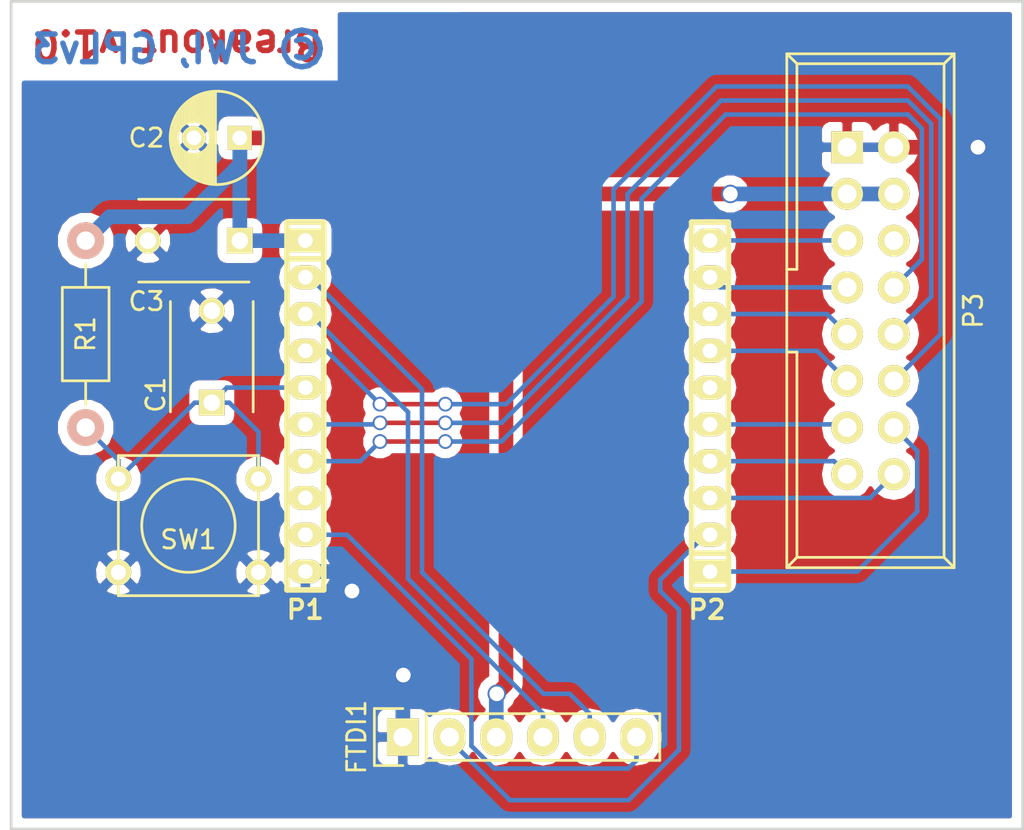
<source format=kicad_pcb>
(kicad_pcb (version 4) (host pcbnew 4.0.2+dfsg1-stable)

  (general
    (links 33)
    (no_connects 0)
    (area 173.924999 66.924999 229.075001 112.075001)
    (thickness 1.6)
    (drawings 8)
    (tracks 130)
    (zones 0)
    (modules 9)
    (nets 19)
  )

  (page A4)
  (layers
    (0 F.Cu signal)
    (31 B.Cu signal)
    (32 B.Adhes user)
    (33 F.Adhes user)
    (34 B.Paste user)
    (35 F.Paste user)
    (36 B.SilkS user)
    (37 F.SilkS user)
    (38 B.Mask user)
    (39 F.Mask user)
    (40 Dwgs.User user)
    (41 Cmts.User user)
    (42 Eco1.User user)
    (43 Eco2.User user)
    (44 Edge.Cuts user)
    (45 Margin user)
    (46 B.CrtYd user)
    (47 F.CrtYd user)
    (48 B.Fab user)
    (49 F.Fab user)
  )

  (setup
    (last_trace_width 0.25)
    (trace_clearance 0.2)
    (zone_clearance 0.508)
    (zone_45_only no)
    (trace_min 0.2)
    (segment_width 0.2)
    (edge_width 0.15)
    (via_size 0.8)
    (via_drill 0.6)
    (via_min_size 0.4)
    (via_min_drill 0.3)
    (uvia_size 0.3)
    (uvia_drill 0.1)
    (uvias_allowed no)
    (uvia_min_size 0.2)
    (uvia_min_drill 0.1)
    (pcb_text_width 0.3)
    (pcb_text_size 1.5 1.5)
    (mod_edge_width 0.15)
    (mod_text_size 1 1)
    (mod_text_width 0.15)
    (pad_size 1.524 1.524)
    (pad_drill 0.762)
    (pad_to_mask_clearance 0.2)
    (aux_axis_origin 0 0)
    (visible_elements FFFFFF7F)
    (pcbplotparams
      (layerselection 0x00030_80000001)
      (usegerberextensions false)
      (excludeedgelayer true)
      (linewidth 0.100000)
      (plotframeref false)
      (viasonmask false)
      (mode 1)
      (useauxorigin false)
      (hpglpennumber 1)
      (hpglpenspeed 20)
      (hpglpendiameter 15)
      (hpglpenoverlay 2)
      (psnegative false)
      (psa4output false)
      (plotreference true)
      (plotvalue true)
      (plotinvisibletext false)
      (padsonsilk false)
      (subtractmaskfromsilk false)
      (outputformat 1)
      (mirror false)
      (drillshape 1)
      (scaleselection 1)
      (outputdirectory ""))
  )

  (net 0 "")
  (net 1 /RESET)
  (net 2 GND)
  (net 3 +3V3)
  (net 4 /CTS)
  (net 5 /TX)
  (net 6 /RX)
  (net 7 /DTR)
  (net 8 /DIO12)
  (net 9 /RSSIPWM_DIO10)
  (net 10 /DIO11)
  (net 11 /DIO4)
  (net 12 /ON)
  (net 13 /VREF)
  (net 14 /DIO5)
  (net 15 /AD3_DIO3)
  (net 16 /AD2_DIO2)
  (net 17 /AD1_DIO1)
  (net 18 /AD0_DIO0)

  (net_class Default "This is the default net class."
    (clearance 0.2)
    (trace_width 0.25)
    (via_dia 0.8)
    (via_drill 0.6)
    (uvia_dia 0.3)
    (uvia_drill 0.1)
    (add_net /AD0_DIO0)
    (add_net /AD1_DIO1)
    (add_net /AD2_DIO2)
    (add_net /AD3_DIO3)
    (add_net /CTS)
    (add_net /DIO11)
    (add_net /DIO12)
    (add_net /DIO4)
    (add_net /DIO5)
    (add_net /DTR)
    (add_net /ON)
    (add_net /RESET)
    (add_net /RSSIPWM_DIO10)
    (add_net /RX)
    (add_net /TX)
    (add_net /VREF)
  )

  (net_class Power ""
    (clearance 0.2)
    (trace_width 0.8)
    (via_dia 1)
    (via_drill 0.8)
    (uvia_dia 0.3)
    (uvia_drill 0.1)
    (add_net +3V3)
    (add_net GND)
  )

  (module Capacitors_ThroughHole:C_Disc_D6_P5 (layer F.Cu) (tedit 0) (tstamp 5781169A)
    (at 184.912 88.82 90)
    (descr "Capacitor 6mm Disc, Pitch 5mm")
    (tags Capacitor)
    (path /57811748)
    (fp_text reference C1 (at 0.428 -3.048 90) (layer F.SilkS)
      (effects (font (size 1 1) (thickness 0.15)))
    )
    (fp_text value 220n (at 2.5 3.5 90) (layer F.Fab)
      (effects (font (size 1 1) (thickness 0.15)))
    )
    (fp_line (start -0.95 -2.5) (end 5.95 -2.5) (layer F.CrtYd) (width 0.05))
    (fp_line (start 5.95 -2.5) (end 5.95 2.5) (layer F.CrtYd) (width 0.05))
    (fp_line (start 5.95 2.5) (end -0.95 2.5) (layer F.CrtYd) (width 0.05))
    (fp_line (start -0.95 2.5) (end -0.95 -2.5) (layer F.CrtYd) (width 0.05))
    (fp_line (start -0.5 -2.25) (end 5.5 -2.25) (layer F.SilkS) (width 0.15))
    (fp_line (start 5.5 2.25) (end -0.5 2.25) (layer F.SilkS) (width 0.15))
    (pad 1 thru_hole rect (at 0 0 90) (size 1.4 1.4) (drill 0.9) (layers *.Cu *.Mask F.SilkS)
      (net 1 /RESET))
    (pad 2 thru_hole circle (at 5 0 90) (size 1.4 1.4) (drill 0.9) (layers *.Cu *.Mask F.SilkS)
      (net 2 GND))
    (model Capacitors_ThroughHole.3dshapes/C_Disc_D6_P5.wrl
      (at (xyz 0.0984252 0 0))
      (scale (xyz 1 1 1))
      (rotate (xyz 0 0 0))
    )
  )

  (module Capacitors_ThroughHole:C_Radial_D5_L11_P2.5 (layer F.Cu) (tedit 0) (tstamp 578116A0)
    (at 186.436 74.422 180)
    (descr "Radial Electrolytic Capacitor Diameter 5mm x Length 11mm, Pitch 2.5mm")
    (tags "Electrolytic Capacitor")
    (path /5781186F)
    (fp_text reference C2 (at 5.08 0 180) (layer F.SilkS)
      (effects (font (size 1 1) (thickness 0.15)))
    )
    (fp_text value 1u (at 1.25 3.8 180) (layer F.Fab)
      (effects (font (size 1 1) (thickness 0.15)))
    )
    (fp_line (start 1.325 -2.499) (end 1.325 2.499) (layer F.SilkS) (width 0.15))
    (fp_line (start 1.465 -2.491) (end 1.465 2.491) (layer F.SilkS) (width 0.15))
    (fp_line (start 1.605 -2.475) (end 1.605 -0.095) (layer F.SilkS) (width 0.15))
    (fp_line (start 1.605 0.095) (end 1.605 2.475) (layer F.SilkS) (width 0.15))
    (fp_line (start 1.745 -2.451) (end 1.745 -0.49) (layer F.SilkS) (width 0.15))
    (fp_line (start 1.745 0.49) (end 1.745 2.451) (layer F.SilkS) (width 0.15))
    (fp_line (start 1.885 -2.418) (end 1.885 -0.657) (layer F.SilkS) (width 0.15))
    (fp_line (start 1.885 0.657) (end 1.885 2.418) (layer F.SilkS) (width 0.15))
    (fp_line (start 2.025 -2.377) (end 2.025 -0.764) (layer F.SilkS) (width 0.15))
    (fp_line (start 2.025 0.764) (end 2.025 2.377) (layer F.SilkS) (width 0.15))
    (fp_line (start 2.165 -2.327) (end 2.165 -0.835) (layer F.SilkS) (width 0.15))
    (fp_line (start 2.165 0.835) (end 2.165 2.327) (layer F.SilkS) (width 0.15))
    (fp_line (start 2.305 -2.266) (end 2.305 -0.879) (layer F.SilkS) (width 0.15))
    (fp_line (start 2.305 0.879) (end 2.305 2.266) (layer F.SilkS) (width 0.15))
    (fp_line (start 2.445 -2.196) (end 2.445 -0.898) (layer F.SilkS) (width 0.15))
    (fp_line (start 2.445 0.898) (end 2.445 2.196) (layer F.SilkS) (width 0.15))
    (fp_line (start 2.585 -2.114) (end 2.585 -0.896) (layer F.SilkS) (width 0.15))
    (fp_line (start 2.585 0.896) (end 2.585 2.114) (layer F.SilkS) (width 0.15))
    (fp_line (start 2.725 -2.019) (end 2.725 -0.871) (layer F.SilkS) (width 0.15))
    (fp_line (start 2.725 0.871) (end 2.725 2.019) (layer F.SilkS) (width 0.15))
    (fp_line (start 2.865 -1.908) (end 2.865 -0.823) (layer F.SilkS) (width 0.15))
    (fp_line (start 2.865 0.823) (end 2.865 1.908) (layer F.SilkS) (width 0.15))
    (fp_line (start 3.005 -1.78) (end 3.005 -0.745) (layer F.SilkS) (width 0.15))
    (fp_line (start 3.005 0.745) (end 3.005 1.78) (layer F.SilkS) (width 0.15))
    (fp_line (start 3.145 -1.631) (end 3.145 -0.628) (layer F.SilkS) (width 0.15))
    (fp_line (start 3.145 0.628) (end 3.145 1.631) (layer F.SilkS) (width 0.15))
    (fp_line (start 3.285 -1.452) (end 3.285 -0.44) (layer F.SilkS) (width 0.15))
    (fp_line (start 3.285 0.44) (end 3.285 1.452) (layer F.SilkS) (width 0.15))
    (fp_line (start 3.425 -1.233) (end 3.425 1.233) (layer F.SilkS) (width 0.15))
    (fp_line (start 3.565 -0.944) (end 3.565 0.944) (layer F.SilkS) (width 0.15))
    (fp_line (start 3.705 -0.472) (end 3.705 0.472) (layer F.SilkS) (width 0.15))
    (fp_circle (center 2.5 0) (end 2.5 -0.9) (layer F.SilkS) (width 0.15))
    (fp_circle (center 1.25 0) (end 1.25 -2.5375) (layer F.SilkS) (width 0.15))
    (fp_circle (center 1.25 0) (end 1.25 -2.8) (layer F.CrtYd) (width 0.05))
    (pad 1 thru_hole rect (at 0 0 180) (size 1.3 1.3) (drill 0.8) (layers *.Cu *.Mask F.SilkS)
      (net 3 +3V3))
    (pad 2 thru_hole circle (at 2.5 0 180) (size 1.3 1.3) (drill 0.8) (layers *.Cu *.Mask F.SilkS)
      (net 2 GND))
    (model Capacitors_ThroughHole.3dshapes/C_Radial_D5_L11_P2.5.wrl
      (at (xyz 0.049213 0 0))
      (scale (xyz 1 1 1))
      (rotate (xyz 0 0 90))
    )
  )

  (module Capacitors_ThroughHole:C_Disc_D6_P5 (layer F.Cu) (tedit 0) (tstamp 578116A6)
    (at 186.436 80.01 180)
    (descr "Capacitor 6mm Disc, Pitch 5mm")
    (tags Capacitor)
    (path /578118DF)
    (fp_text reference C3 (at 5.08 -3.302 180) (layer F.SilkS)
      (effects (font (size 1 1) (thickness 0.15)))
    )
    (fp_text value 8.2p (at 2.5 3.5 180) (layer F.Fab)
      (effects (font (size 1 1) (thickness 0.15)))
    )
    (fp_line (start -0.95 -2.5) (end 5.95 -2.5) (layer F.CrtYd) (width 0.05))
    (fp_line (start 5.95 -2.5) (end 5.95 2.5) (layer F.CrtYd) (width 0.05))
    (fp_line (start 5.95 2.5) (end -0.95 2.5) (layer F.CrtYd) (width 0.05))
    (fp_line (start -0.95 2.5) (end -0.95 -2.5) (layer F.CrtYd) (width 0.05))
    (fp_line (start -0.5 -2.25) (end 5.5 -2.25) (layer F.SilkS) (width 0.15))
    (fp_line (start 5.5 2.25) (end -0.5 2.25) (layer F.SilkS) (width 0.15))
    (pad 1 thru_hole rect (at 0 0 180) (size 1.4 1.4) (drill 0.9) (layers *.Cu *.Mask F.SilkS)
      (net 3 +3V3))
    (pad 2 thru_hole circle (at 5 0 180) (size 1.4 1.4) (drill 0.9) (layers *.Cu *.Mask F.SilkS)
      (net 2 GND))
    (model Capacitors_ThroughHole.3dshapes/C_Disc_D6_P5.wrl
      (at (xyz 0.0984252 0 0))
      (scale (xyz 1 1 1))
      (rotate (xyz 0 0 0))
    )
  )

  (module w_pin_strip:pin_socket_2mm_10 (layer F.Cu) (tedit 0) (tstamp 578116BE)
    (at 190 89 270)
    (descr "Pin socket 2mm 10pin")
    (tags "CONN DEV")
    (path /57810F56)
    (fp_text reference P1 (at 11.076 0.008 540) (layer F.SilkS)
      (effects (font (size 1.016 1.016) (thickness 0.2032)))
    )
    (fp_text value CONN_01X10 (at 0.254 -3.556 270) (layer F.SilkS) hide
      (effects (font (size 1.016 0.889) (thickness 0.2032)))
    )
    (fp_line (start 10 -1) (end 10 1) (layer F.SilkS) (width 0.3048))
    (fp_line (start 10 1) (end -10 1) (layer F.SilkS) (width 0.3048))
    (fp_line (start -10 -1) (end 10 -1) (layer F.SilkS) (width 0.3048))
    (fp_line (start -10 1) (end -10 -1) (layer F.SilkS) (width 0.3048))
    (fp_line (start -8 -1) (end -8 1) (layer F.SilkS) (width 0.3048))
    (pad 1 thru_hole rect (at -9 0 270) (size 1.3 1.8) (drill 0.8) (layers *.Cu *.Mask F.SilkS)
      (net 3 +3V3))
    (pad 2 thru_hole oval (at -7 0 270) (size 1.3 1.8) (drill 0.8) (layers *.Cu *.Mask F.SilkS)
      (net 6 /RX))
    (pad 3 thru_hole oval (at -5 0 270) (size 1.3 1.8) (drill 0.8) (layers *.Cu *.Mask F.SilkS)
      (net 5 /TX))
    (pad 4 thru_hole oval (at -3 0 270) (size 1.3 1.8) (drill 0.8) (layers *.Cu *.Mask F.SilkS)
      (net 8 /DIO12))
    (pad 5 thru_hole oval (at -1 0 270) (size 1.3 1.8) (drill 0.8) (layers *.Cu *.Mask F.SilkS)
      (net 1 /RESET))
    (pad 6 thru_hole oval (at 1 0 270) (size 1.3 1.8) (drill 0.8) (layers *.Cu *.Mask F.SilkS)
      (net 9 /RSSIPWM_DIO10))
    (pad 7 thru_hole oval (at 3 0 270) (size 1.3 1.8) (drill 0.8) (layers *.Cu *.Mask F.SilkS)
      (net 10 /DIO11))
    (pad 8 thru_hole oval (at 5 0 270) (size 1.3 1.8) (drill 0.8) (layers *.Cu *.Mask F.SilkS))
    (pad 9 thru_hole oval (at 7 0 270) (size 1.3 1.8) (drill 0.8) (layers *.Cu *.Mask F.SilkS)
      (net 7 /DTR))
    (pad 10 thru_hole oval (at 9 0 270) (size 1.3 1.8) (drill 0.8) (layers *.Cu *.Mask F.SilkS)
      (net 2 GND))
    (model walter/pin_strip/pin_socket_2mm_10.wrl
      (at (xyz 0 0 0))
      (scale (xyz 1 1 1))
      (rotate (xyz 0 0 0))
    )
  )

  (module w_pin_strip:pin_socket_2mm_10 (layer F.Cu) (tedit 0) (tstamp 578116CC)
    (at 212 89 90)
    (descr "Pin socket 2mm 10pin")
    (tags "CONN DEV")
    (path /57810FDF)
    (fp_text reference P2 (at -11.076 -0.164 180) (layer F.SilkS)
      (effects (font (size 1.016 1.016) (thickness 0.2032)))
    )
    (fp_text value CONN_01X10 (at 0.254 -3.556 90) (layer F.SilkS) hide
      (effects (font (size 1.016 0.889) (thickness 0.2032)))
    )
    (fp_line (start 10 -1) (end 10 1) (layer F.SilkS) (width 0.3048))
    (fp_line (start 10 1) (end -10 1) (layer F.SilkS) (width 0.3048))
    (fp_line (start -10 -1) (end 10 -1) (layer F.SilkS) (width 0.3048))
    (fp_line (start -10 1) (end -10 -1) (layer F.SilkS) (width 0.3048))
    (fp_line (start -8 -1) (end -8 1) (layer F.SilkS) (width 0.3048))
    (pad 1 thru_hole rect (at -9 0 90) (size 1.3 1.8) (drill 0.8) (layers *.Cu *.Mask F.SilkS)
      (net 11 /DIO4))
    (pad 2 thru_hole oval (at -7 0 90) (size 1.3 1.8) (drill 0.8) (layers *.Cu *.Mask F.SilkS)
      (net 4 /CTS))
    (pad 3 thru_hole oval (at -5 0 90) (size 1.3 1.8) (drill 0.8) (layers *.Cu *.Mask F.SilkS)
      (net 12 /ON))
    (pad 4 thru_hole oval (at -3 0 90) (size 1.3 1.8) (drill 0.8) (layers *.Cu *.Mask F.SilkS)
      (net 13 /VREF))
    (pad 5 thru_hole oval (at -1 0 90) (size 1.3 1.8) (drill 0.8) (layers *.Cu *.Mask F.SilkS)
      (net 14 /DIO5))
    (pad 6 thru_hole oval (at 1 0 90) (size 1.3 1.8) (drill 0.8) (layers *.Cu *.Mask F.SilkS))
    (pad 7 thru_hole oval (at 3 0 90) (size 1.3 1.8) (drill 0.8) (layers *.Cu *.Mask F.SilkS)
      (net 15 /AD3_DIO3))
    (pad 8 thru_hole oval (at 5 0 90) (size 1.3 1.8) (drill 0.8) (layers *.Cu *.Mask F.SilkS)
      (net 16 /AD2_DIO2))
    (pad 9 thru_hole oval (at 7 0 90) (size 1.3 1.8) (drill 0.8) (layers *.Cu *.Mask F.SilkS)
      (net 17 /AD1_DIO1))
    (pad 10 thru_hole oval (at 9 0 90) (size 1.3 1.8) (drill 0.8) (layers *.Cu *.Mask F.SilkS)
      (net 18 /AD0_DIO0))
    (model walter/pin_strip/pin_socket_2mm_10.wrl
      (at (xyz 0 0 0))
      (scale (xyz 1 1 1))
      (rotate (xyz 0 0 0))
    )
  )

  (module Connect:IDC_Header_Straight_16pins (layer F.Cu) (tedit 0) (tstamp 578116E0)
    (at 219.456 74.93 270)
    (descr "16 pins through hole IDC header")
    (tags "IDC header socket VASCH")
    (path /57811400)
    (fp_text reference P3 (at 8.89 -6.858 270) (layer F.SilkS)
      (effects (font (size 1 1) (thickness 0.15)))
    )
    (fp_text value CONN_02X08 (at 8.89 5.223 270) (layer F.Fab)
      (effects (font (size 1 1) (thickness 0.15)))
    )
    (fp_line (start -5.08 -5.82) (end 22.86 -5.82) (layer F.SilkS) (width 0.15))
    (fp_line (start -4.54 -5.27) (end 22.3 -5.27) (layer F.SilkS) (width 0.15))
    (fp_line (start -5.08 3.28) (end 22.86 3.28) (layer F.SilkS) (width 0.15))
    (fp_line (start -4.54 2.73) (end 6.64 2.73) (layer F.SilkS) (width 0.15))
    (fp_line (start 11.14 2.73) (end 22.3 2.73) (layer F.SilkS) (width 0.15))
    (fp_line (start 6.64 2.73) (end 6.64 3.28) (layer F.SilkS) (width 0.15))
    (fp_line (start 11.14 2.73) (end 11.14 3.28) (layer F.SilkS) (width 0.15))
    (fp_line (start -5.08 -5.82) (end -5.08 3.28) (layer F.SilkS) (width 0.15))
    (fp_line (start -4.54 -5.27) (end -4.54 2.73) (layer F.SilkS) (width 0.15))
    (fp_line (start 22.86 -5.82) (end 22.86 3.28) (layer F.SilkS) (width 0.15))
    (fp_line (start 22.3 -5.27) (end 22.3 2.73) (layer F.SilkS) (width 0.15))
    (fp_line (start -5.08 -5.82) (end -4.54 -5.27) (layer F.SilkS) (width 0.15))
    (fp_line (start 22.86 -5.82) (end 22.3 -5.27) (layer F.SilkS) (width 0.15))
    (fp_line (start -5.08 3.28) (end -4.54 2.73) (layer F.SilkS) (width 0.15))
    (fp_line (start 22.86 3.28) (end 22.3 2.73) (layer F.SilkS) (width 0.15))
    (fp_line (start -5.35 -6.05) (end 23.1 -6.05) (layer F.CrtYd) (width 0.05))
    (fp_line (start 23.1 -6.05) (end 23.1 3.55) (layer F.CrtYd) (width 0.05))
    (fp_line (start 23.1 3.55) (end -5.35 3.55) (layer F.CrtYd) (width 0.05))
    (fp_line (start -5.35 3.55) (end -5.35 -6.05) (layer F.CrtYd) (width 0.05))
    (pad 1 thru_hole rect (at 0 0 270) (size 1.7272 1.7272) (drill 1.016) (layers *.Cu *.Mask F.SilkS)
      (net 2 GND))
    (pad 2 thru_hole oval (at 0 -2.54 270) (size 1.7272 1.7272) (drill 1.016) (layers *.Cu *.Mask F.SilkS)
      (net 2 GND))
    (pad 3 thru_hole oval (at 2.54 0 270) (size 1.7272 1.7272) (drill 1.016) (layers *.Cu *.Mask F.SilkS)
      (net 3 +3V3))
    (pad 4 thru_hole oval (at 2.54 -2.54 270) (size 1.7272 1.7272) (drill 1.016) (layers *.Cu *.Mask F.SilkS)
      (net 3 +3V3))
    (pad 5 thru_hole oval (at 5.08 0 270) (size 1.7272 1.7272) (drill 1.016) (layers *.Cu *.Mask F.SilkS)
      (net 18 /AD0_DIO0))
    (pad 6 thru_hole oval (at 5.08 -2.54 270) (size 1.7272 1.7272) (drill 1.016) (layers *.Cu *.Mask F.SilkS))
    (pad 7 thru_hole oval (at 7.62 0 270) (size 1.7272 1.7272) (drill 1.016) (layers *.Cu *.Mask F.SilkS)
      (net 17 /AD1_DIO1))
    (pad 8 thru_hole oval (at 7.62 -2.54 270) (size 1.7272 1.7272) (drill 1.016) (layers *.Cu *.Mask F.SilkS)
      (net 10 /DIO11))
    (pad 9 thru_hole oval (at 10.16 0 270) (size 1.7272 1.7272) (drill 1.016) (layers *.Cu *.Mask F.SilkS)
      (net 16 /AD2_DIO2))
    (pad 10 thru_hole oval (at 10.16 -2.54 270) (size 1.7272 1.7272) (drill 1.016) (layers *.Cu *.Mask F.SilkS)
      (net 9 /RSSIPWM_DIO10))
    (pad 11 thru_hole oval (at 12.7 0 270) (size 1.7272 1.7272) (drill 1.016) (layers *.Cu *.Mask F.SilkS)
      (net 15 /AD3_DIO3))
    (pad 12 thru_hole oval (at 12.7 -2.54 270) (size 1.7272 1.7272) (drill 1.016) (layers *.Cu *.Mask F.SilkS)
      (net 8 /DIO12))
    (pad 13 thru_hole oval (at 15.24 0 270) (size 1.7272 1.7272) (drill 1.016) (layers *.Cu *.Mask F.SilkS)
      (net 14 /DIO5))
    (pad 14 thru_hole oval (at 15.24 -2.54 270) (size 1.7272 1.7272) (drill 1.016) (layers *.Cu *.Mask F.SilkS)
      (net 11 /DIO4))
    (pad 15 thru_hole oval (at 17.78 0 270) (size 1.7272 1.7272) (drill 1.016) (layers *.Cu *.Mask F.SilkS)
      (net 13 /VREF))
    (pad 16 thru_hole oval (at 17.78 -2.54 270) (size 1.7272 1.7272) (drill 1.016) (layers *.Cu *.Mask F.SilkS)
      (net 12 /ON))
  )

  (module Resistors_ThroughHole:Resistor_Horizontal_RM10mm (layer F.Cu) (tedit 56648415) (tstamp 578116E6)
    (at 178.054 80.01 270)
    (descr "Resistor, Axial,  RM 10mm, 1/3W")
    (tags "Resistor Axial RM 10mm 1/3W")
    (path /578116DD)
    (fp_text reference R1 (at 5.08 0 270) (layer F.SilkS)
      (effects (font (size 1 1) (thickness 0.15)))
    )
    (fp_text value 4.7k (at 5.08 3.81 270) (layer F.Fab)
      (effects (font (size 1 1) (thickness 0.15)))
    )
    (fp_line (start -1.25 -1.5) (end 11.4 -1.5) (layer F.CrtYd) (width 0.05))
    (fp_line (start -1.25 1.5) (end -1.25 -1.5) (layer F.CrtYd) (width 0.05))
    (fp_line (start 11.4 -1.5) (end 11.4 1.5) (layer F.CrtYd) (width 0.05))
    (fp_line (start -1.25 1.5) (end 11.4 1.5) (layer F.CrtYd) (width 0.05))
    (fp_line (start 2.54 -1.27) (end 7.62 -1.27) (layer F.SilkS) (width 0.15))
    (fp_line (start 7.62 -1.27) (end 7.62 1.27) (layer F.SilkS) (width 0.15))
    (fp_line (start 7.62 1.27) (end 2.54 1.27) (layer F.SilkS) (width 0.15))
    (fp_line (start 2.54 1.27) (end 2.54 -1.27) (layer F.SilkS) (width 0.15))
    (fp_line (start 2.54 0) (end 1.27 0) (layer F.SilkS) (width 0.15))
    (fp_line (start 7.62 0) (end 8.89 0) (layer F.SilkS) (width 0.15))
    (pad 1 thru_hole circle (at 0 0 270) (size 1.99898 1.99898) (drill 1.00076) (layers *.Cu *.SilkS *.Mask)
      (net 3 +3V3))
    (pad 2 thru_hole circle (at 10.16 0 270) (size 1.99898 1.99898) (drill 1.00076) (layers *.Cu *.SilkS *.Mask)
      (net 1 /RESET))
    (model Resistors_ThroughHole.3dshapes/Resistor_Horizontal_RM10mm.wrl
      (at (xyz 0 0 0))
      (scale (xyz 0.4 0.4 0.4))
      (rotate (xyz 0 0 0))
    )
  )

  (module Buttons_Switches_ThroughHole:SW_PUSH_SMALL (layer F.Cu) (tedit 0) (tstamp 578116EE)
    (at 183.642 95.504 180)
    (path /5781153F)
    (fp_text reference SW1 (at 0 -0.762 180) (layer F.SilkS)
      (effects (font (size 1 1) (thickness 0.15)))
    )
    (fp_text value SW_PUSH (at 0 1.016 180) (layer F.Fab)
      (effects (font (size 1 1) (thickness 0.15)))
    )
    (fp_circle (center 0 0) (end 0 -2.54) (layer F.SilkS) (width 0.15))
    (fp_line (start -3.81 -3.81) (end 3.81 -3.81) (layer F.SilkS) (width 0.15))
    (fp_line (start 3.81 -3.81) (end 3.81 3.81) (layer F.SilkS) (width 0.15))
    (fp_line (start 3.81 3.81) (end -3.81 3.81) (layer F.SilkS) (width 0.15))
    (fp_line (start -3.81 -3.81) (end -3.81 3.81) (layer F.SilkS) (width 0.15))
    (pad 1 thru_hole circle (at 3.81 -2.54 180) (size 1.397 1.397) (drill 0.8128) (layers *.Cu *.Mask F.SilkS)
      (net 2 GND))
    (pad 2 thru_hole circle (at 3.81 2.54 180) (size 1.397 1.397) (drill 0.8128) (layers *.Cu *.Mask F.SilkS)
      (net 1 /RESET))
    (pad 1 thru_hole circle (at -3.81 -2.54 180) (size 1.397 1.397) (drill 0.8128) (layers *.Cu *.Mask F.SilkS)
      (net 2 GND))
    (pad 2 thru_hole circle (at -3.81 2.54 180) (size 1.397 1.397) (drill 0.8128) (layers *.Cu *.Mask F.SilkS)
      (net 1 /RESET))
  )

  (module Pin_Headers:Pin_Header_Straight_1x06 (layer F.Cu) (tedit 0) (tstamp 578117AE)
    (at 195.3 107 90)
    (descr "Through hole pin header")
    (tags "pin header")
    (path /57811042)
    (fp_text reference FTDI1 (at 0 -2.514 90) (layer F.SilkS)
      (effects (font (size 1 1) (thickness 0.15)))
    )
    (fp_text value CONN_01X06 (at 0 -3.1 90) (layer F.Fab)
      (effects (font (size 1 1) (thickness 0.15)))
    )
    (fp_line (start -1.75 -1.75) (end -1.75 14.45) (layer F.CrtYd) (width 0.05))
    (fp_line (start 1.75 -1.75) (end 1.75 14.45) (layer F.CrtYd) (width 0.05))
    (fp_line (start -1.75 -1.75) (end 1.75 -1.75) (layer F.CrtYd) (width 0.05))
    (fp_line (start -1.75 14.45) (end 1.75 14.45) (layer F.CrtYd) (width 0.05))
    (fp_line (start 1.27 1.27) (end 1.27 13.97) (layer F.SilkS) (width 0.15))
    (fp_line (start 1.27 13.97) (end -1.27 13.97) (layer F.SilkS) (width 0.15))
    (fp_line (start -1.27 13.97) (end -1.27 1.27) (layer F.SilkS) (width 0.15))
    (fp_line (start 1.55 -1.55) (end 1.55 0) (layer F.SilkS) (width 0.15))
    (fp_line (start 1.27 1.27) (end -1.27 1.27) (layer F.SilkS) (width 0.15))
    (fp_line (start -1.55 0) (end -1.55 -1.55) (layer F.SilkS) (width 0.15))
    (fp_line (start -1.55 -1.55) (end 1.55 -1.55) (layer F.SilkS) (width 0.15))
    (pad 1 thru_hole rect (at 0 0 90) (size 2.032 1.7272) (drill 1.016) (layers *.Cu *.Mask F.SilkS)
      (net 2 GND))
    (pad 2 thru_hole oval (at 0 2.54 90) (size 2.032 1.7272) (drill 1.016) (layers *.Cu *.Mask F.SilkS)
      (net 4 /CTS))
    (pad 3 thru_hole oval (at 0 5.08 90) (size 2.032 1.7272) (drill 1.016) (layers *.Cu *.Mask F.SilkS)
      (net 3 +3V3))
    (pad 4 thru_hole oval (at 0 7.62 90) (size 2.032 1.7272) (drill 1.016) (layers *.Cu *.Mask F.SilkS)
      (net 5 /TX))
    (pad 5 thru_hole oval (at 0 10.16 90) (size 2.032 1.7272) (drill 1.016) (layers *.Cu *.Mask F.SilkS)
      (net 6 /RX))
    (pad 6 thru_hole oval (at 0 12.7 90) (size 2.032 1.7272) (drill 1.016) (layers *.Cu *.Mask F.SilkS)
      (net 7 /DTR))
    (model Pin_Headers.3dshapes/Pin_Header_Straight_1x06.wrl
      (at (xyz 0 -0.25 0))
      (scale (xyz 1 1 1))
      (rotate (xyz 0 0 90))
    )
  )

  (gr_text "© JWI, GPLv3" (at 183.134 69.596) (layer B.Cu)
    (effects (font (size 1.5 1.5) (thickness 0.3)) (justify mirror))
  )
  (gr_text "XBEE Breakout v1.0" (at 186.436 69.342 180) (layer F.Cu)
    (effects (font (size 1.5 1.5) (thickness 0.3)))
  )
  (gr_line (start 229 112) (end 228 112) (layer Edge.Cuts) (width 0.15))
  (gr_line (start 228 67) (end 229 67) (layer Edge.Cuts) (width 0.15))
  (gr_line (start 174 67) (end 174 112) (layer Edge.Cuts) (width 0.15))
  (gr_line (start 228 67) (end 174 67) (layer Edge.Cuts) (width 0.15))
  (gr_line (start 229 112) (end 229 67) (layer Edge.Cuts) (width 0.15))
  (gr_line (start 174 112) (end 228 112) (layer Edge.Cuts) (width 0.15))

  (segment (start 179.832 92.964) (end 179.832 91.948) (width 0.25) (layer B.Cu) (net 1) (status 10))
  (segment (start 179.832 91.948) (end 178.054 90.17) (width 0.25) (layer B.Cu) (net 1) (status 20))
  (segment (start 187.452 92.964) (end 187.452 90.41) (width 0.25) (layer B.Cu) (net 1) (status 10))
  (segment (start 187.452 90.41) (end 185.862 88.82) (width 0.25) (layer B.Cu) (net 1))
  (segment (start 185.862 88.82) (end 184.912 88.82) (width 0.25) (layer B.Cu) (net 1) (status 20))
  (segment (start 179.832 92.964) (end 183.976 88.82) (width 0.25) (layer B.Cu) (net 1) (status 10))
  (segment (start 183.976 88.82) (end 184.912 88.82) (width 0.25) (layer B.Cu) (net 1) (status 20))
  (segment (start 190 88) (end 185.732 88) (width 0.25) (layer B.Cu) (net 1) (status 10))
  (segment (start 185.732 88) (end 184.912 88.82) (width 0.25) (layer B.Cu) (net 1) (status 20))
  (segment (start 190 98) (end 191.472 98) (width 0.8) (layer B.Cu) (net 2))
  (segment (start 191.472 98) (end 192.532 99.06) (width 0.8) (layer B.Cu) (net 2))
  (via (at 192.532 99.06) (size 1) (drill 0.8) (layers F.Cu B.Cu) (net 2))
  (segment (start 221.996 74.93) (end 226.568 74.93) (width 0.8) (layer F.Cu) (net 2))
  (via (at 226.568 74.93) (size 1) (drill 0.8) (layers F.Cu B.Cu) (net 2))
  (segment (start 195.326 103.632) (end 195.834 103.632) (width 0.8) (layer F.Cu) (net 2))
  (segment (start 195.3 107) (end 195.3 103.658) (width 0.8) (layer B.Cu) (net 2))
  (segment (start 195.3 103.658) (end 195.326 103.632) (width 0.8) (layer B.Cu) (net 2))
  (via (at 195.326 103.632) (size 1) (drill 0.8) (layers F.Cu B.Cu) (net 2))
  (segment (start 219.456 77.47) (end 221.996 77.47) (width 0.8) (layer B.Cu) (net 3))
  (segment (start 213.106 77.47) (end 219.456 77.47) (width 0.8) (layer B.Cu) (net 3))
  (segment (start 201.176001 81.271999) (end 204.978 77.47) (width 0.8) (layer F.Cu) (net 3))
  (segment (start 204.978 77.47) (end 213.106 77.47) (width 0.8) (layer F.Cu) (net 3))
  (via (at 213.106 77.47) (size 1) (drill 0.8) (layers F.Cu B.Cu) (net 3))
  (segment (start 200.905999 81.271999) (end 201.176001 81.271999) (width 0.8) (layer F.Cu) (net 3))
  (segment (start 200.905999 81.271999) (end 194.056 74.422) (width 0.8) (layer F.Cu) (net 3))
  (segment (start 194.056 74.422) (end 186.436 74.422) (width 0.8) (layer F.Cu) (net 3))
  (segment (start 200.406 104.648) (end 200.905999 104.148001) (width 0.8) (layer F.Cu) (net 3))
  (segment (start 200.905999 104.148001) (end 200.905999 81.271999) (width 0.8) (layer F.Cu) (net 3))
  (segment (start 200.38 107) (end 200.38 104.674) (width 0.8) (layer B.Cu) (net 3))
  (segment (start 200.38 104.674) (end 200.406 104.648) (width 0.8) (layer B.Cu) (net 3))
  (via (at 200.406 104.648) (size 1) (drill 0.8) (layers F.Cu B.Cu) (net 3))
  (segment (start 178.054 80.01) (end 179.354001 78.709999) (width 0.8) (layer B.Cu) (net 3) (status 10))
  (segment (start 179.354001 78.709999) (end 183.598001 78.709999) (width 0.8) (layer B.Cu) (net 3))
  (segment (start 183.598001 78.709999) (end 186.436 75.872) (width 0.8) (layer B.Cu) (net 3))
  (segment (start 186.436 75.872) (end 186.436 74.422) (width 0.8) (layer B.Cu) (net 3) (status 20))
  (segment (start 186.436 80.01) (end 189.99 80.01) (width 0.8) (layer B.Cu) (net 3) (status 30))
  (segment (start 189.99 80.01) (end 190 80) (width 0.8) (layer B.Cu) (net 3) (status 30))
  (segment (start 186.436 74.422) (end 186.436 80.01) (width 0.8) (layer B.Cu) (net 3) (status 30))
  (segment (start 190.25 80) (end 190 80) (width 0.8) (layer B.Cu) (net 3) (status 30))
  (segment (start 209.296 98.454) (end 211.75 96) (width 0.25) (layer B.Cu) (net 4))
  (segment (start 210.312 100.076) (end 209.296 99.06) (width 0.25) (layer B.Cu) (net 4))
  (segment (start 210.312 107.696) (end 210.312 100.076) (width 0.25) (layer B.Cu) (net 4))
  (segment (start 211.75 96) (end 212 96) (width 0.25) (layer B.Cu) (net 4))
  (segment (start 207.575989 110.432011) (end 210.312 107.696) (width 0.25) (layer B.Cu) (net 4))
  (segment (start 201.119611 110.432011) (end 207.575989 110.432011) (width 0.25) (layer B.Cu) (net 4))
  (segment (start 197.84 107.1524) (end 201.119611 110.432011) (width 0.25) (layer B.Cu) (net 4))
  (segment (start 197.84 107) (end 197.84 107.1524) (width 0.25) (layer B.Cu) (net 4))
  (segment (start 209.296 99.06) (end 209.296 98.454) (width 0.25) (layer B.Cu) (net 4))
  (segment (start 211.75 96) (end 212 96) (width 0.25) (layer F.Cu) (net 4) (status 30))
  (segment (start 195.58 98.394) (end 195.58 89.33) (width 0.25) (layer B.Cu) (net 5))
  (segment (start 190.25 84) (end 190 84) (width 0.25) (layer B.Cu) (net 5))
  (segment (start 195.58 89.33) (end 190.25 84) (width 0.25) (layer B.Cu) (net 5))
  (segment (start 202.92 107) (end 202.92 105.734) (width 0.25) (layer B.Cu) (net 5))
  (segment (start 202.92 105.734) (end 195.58 98.394) (width 0.25) (layer B.Cu) (net 5))
  (segment (start 190.25 84) (end 190 84) (width 0.25) (layer F.Cu) (net 5) (status 30))
  (segment (start 205.46 107) (end 205.46 105.734) (width 0.25) (layer B.Cu) (net 6))
  (segment (start 205.46 105.734) (end 204.374 104.648) (width 0.25) (layer B.Cu) (net 6))
  (segment (start 204.374 104.648) (end 202.946 104.648) (width 0.25) (layer B.Cu) (net 6))
  (segment (start 202.946 104.648) (end 196.342 98.044) (width 0.25) (layer B.Cu) (net 6))
  (segment (start 196.342 98.044) (end 196.342 88.092) (width 0.25) (layer B.Cu) (net 6))
  (segment (start 196.342 88.092) (end 190.25 82) (width 0.25) (layer B.Cu) (net 6))
  (segment (start 190.25 82) (end 190 82) (width 0.25) (layer B.Cu) (net 6))
  (segment (start 190.25 82) (end 190 82) (width 0.25) (layer F.Cu) (net 6) (status 30))
  (segment (start 208 107) (end 208 108.266) (width 0.25) (layer B.Cu) (net 7))
  (segment (start 208 108.266) (end 207.554 108.712) (width 0.25) (layer B.Cu) (net 7))
  (segment (start 200.258652 108.712) (end 199.02861 107.481958) (width 0.25) (layer B.Cu) (net 7))
  (segment (start 199.02861 102.76261) (end 192.266 96) (width 0.25) (layer B.Cu) (net 7))
  (segment (start 207.554 108.712) (end 200.258652 108.712) (width 0.25) (layer B.Cu) (net 7))
  (segment (start 199.02861 107.481958) (end 199.02861 102.76261) (width 0.25) (layer B.Cu) (net 7))
  (segment (start 192.266 96) (end 190 96) (width 0.25) (layer B.Cu) (net 7))
  (segment (start 190.25 96) (end 190 96) (width 0.25) (layer B.Cu) (net 7))
  (segment (start 190.012 96.012) (end 190 96) (width 0.25) (layer B.Cu) (net 7) (status 30))
  (segment (start 208 107) (end 208 107.1524) (width 0.25) (layer F.Cu) (net 7) (status 30))
  (segment (start 224.536 73.406) (end 224.536 85.09) (width 0.25) (layer B.Cu) (net 8))
  (segment (start 224.536 85.09) (end 221.996 87.63) (width 0.25) (layer B.Cu) (net 8))
  (segment (start 222.758 71.628) (end 224.536 73.406) (width 0.25) (layer B.Cu) (net 8))
  (segment (start 212.344 71.628) (end 222.758 71.628) (width 0.25) (layer B.Cu) (net 8))
  (segment (start 206.756 77.216) (end 212.344 71.628) (width 0.25) (layer B.Cu) (net 8))
  (segment (start 206.756 83.058) (end 206.756 77.216) (width 0.25) (layer B.Cu) (net 8))
  (segment (start 200.914 88.9) (end 206.756 83.058) (width 0.25) (layer B.Cu) (net 8))
  (segment (start 197.612 88.9) (end 200.914 88.9) (width 0.25) (layer B.Cu) (net 8))
  (segment (start 194.056 88.9) (end 197.612 88.9) (width 0.25) (layer F.Cu) (net 8))
  (via (at 197.612 88.9) (size 0.8) (drill 0.6) (layers F.Cu B.Cu) (net 8))
  (segment (start 190 86) (end 191.156 86) (width 0.25) (layer B.Cu) (net 8))
  (segment (start 191.156 86) (end 194.056 88.9) (width 0.25) (layer B.Cu) (net 8))
  (via (at 194.056 88.9) (size 0.8) (drill 0.6) (layers F.Cu B.Cu) (net 8))
  (segment (start 197.612 89.916) (end 200.66 89.916) (width 0.25) (layer B.Cu) (net 9))
  (segment (start 200.66 89.916) (end 207.518 83.058) (width 0.25) (layer B.Cu) (net 9))
  (segment (start 212.598 72.39) (end 222.758 72.39) (width 0.25) (layer B.Cu) (net 9))
  (segment (start 207.518 83.058) (end 207.518 77.47) (width 0.25) (layer B.Cu) (net 9))
  (segment (start 207.518 77.47) (end 212.598 72.39) (width 0.25) (layer B.Cu) (net 9))
  (segment (start 224.028 73.66) (end 224.028 83.058) (width 0.25) (layer B.Cu) (net 9))
  (segment (start 222.758 72.39) (end 224.028 73.66) (width 0.25) (layer B.Cu) (net 9))
  (segment (start 224.028 83.058) (end 221.996 85.09) (width 0.25) (layer B.Cu) (net 9))
  (segment (start 194.056 89.916) (end 197.612 89.916) (width 0.25) (layer F.Cu) (net 9))
  (via (at 197.612 89.916) (size 0.8) (drill 0.6) (layers F.Cu B.Cu) (net 9))
  (segment (start 190 90) (end 193.972 90) (width 0.25) (layer B.Cu) (net 9))
  (via (at 194.056 89.916) (size 0.8) (drill 0.6) (layers F.Cu B.Cu) (net 9))
  (segment (start 193.972 90) (end 194.056 89.916) (width 0.25) (layer B.Cu) (net 9))
  (segment (start 197.612 90.932) (end 200.66 90.932) (width 0.25) (layer B.Cu) (net 10))
  (segment (start 200.66 90.932) (end 208.28 83.312) (width 0.25) (layer B.Cu) (net 10))
  (segment (start 208.28 83.312) (end 208.28 77.724) (width 0.25) (layer B.Cu) (net 10))
  (segment (start 212.852 73.152) (end 222.758 73.152) (width 0.25) (layer B.Cu) (net 10))
  (segment (start 208.28 77.724) (end 212.852 73.152) (width 0.25) (layer B.Cu) (net 10))
  (segment (start 222.758 73.152) (end 223.52 73.914) (width 0.25) (layer B.Cu) (net 10))
  (segment (start 223.52 73.914) (end 223.52 81.026) (width 0.25) (layer B.Cu) (net 10))
  (segment (start 223.52 81.026) (end 221.996 82.55) (width 0.25) (layer B.Cu) (net 10))
  (segment (start 194.056 90.932) (end 197.612 90.932) (width 0.25) (layer F.Cu) (net 10))
  (via (at 197.612 90.932) (size 0.8) (drill 0.6) (layers F.Cu B.Cu) (net 10))
  (segment (start 190 92) (end 192.988 92) (width 0.25) (layer B.Cu) (net 10))
  (via (at 194.056 90.932) (size 0.8) (drill 0.6) (layers F.Cu B.Cu) (net 10))
  (segment (start 192.988 92) (end 194.056 90.932) (width 0.25) (layer B.Cu) (net 10))
  (segment (start 220.008 98) (end 223.266 94.742) (width 0.25) (layer B.Cu) (net 11))
  (segment (start 223.266 94.742) (end 223.266 91.44) (width 0.25) (layer B.Cu) (net 11))
  (segment (start 223.266 91.44) (end 221.996 90.17) (width 0.25) (layer B.Cu) (net 11) (status 20))
  (segment (start 212 98) (end 220.008 98) (width 0.25) (layer B.Cu) (net 11) (status 10))
  (segment (start 212 94) (end 220.706 94) (width 0.25) (layer B.Cu) (net 12) (status 10))
  (segment (start 220.706 94) (end 221.996 92.71) (width 0.25) (layer B.Cu) (net 12) (status 20))
  (segment (start 212 92) (end 218.746 92) (width 0.25) (layer B.Cu) (net 13) (status 10))
  (segment (start 218.746 92) (end 219.456 92.71) (width 0.25) (layer B.Cu) (net 13) (status 20))
  (segment (start 212 90) (end 219.286 90) (width 0.25) (layer B.Cu) (net 14) (status 30))
  (segment (start 219.286 90) (end 219.456 90.17) (width 0.25) (layer B.Cu) (net 14) (status 30))
  (segment (start 212 86) (end 217.826 86) (width 0.25) (layer B.Cu) (net 15) (status 10))
  (segment (start 217.826 86) (end 219.456 87.63) (width 0.25) (layer B.Cu) (net 15) (status 20))
  (segment (start 212 84) (end 218.366 84) (width 0.25) (layer B.Cu) (net 16) (status 10))
  (segment (start 218.366 84) (end 219.456 85.09) (width 0.25) (layer B.Cu) (net 16) (status 20))
  (segment (start 219.456 82.55) (end 212.55 82.55) (width 0.25) (layer B.Cu) (net 17) (status 30))
  (segment (start 212.55 82.55) (end 212 82) (width 0.25) (layer B.Cu) (net 17) (status 30))
  (segment (start 212 80) (end 219.446 80) (width 0.25) (layer B.Cu) (net 18) (status 30))
  (segment (start 219.446 80) (end 219.456 80.01) (width 0.25) (layer B.Cu) (net 18) (status 30))

  (zone (net 2) (net_name GND) (layer F.Cu) (tstamp 0) (hatch edge 0.508)
    (connect_pads (clearance 0.508))
    (min_thickness 0.254)
    (fill yes (arc_segments 16) (thermal_gap 0.508) (thermal_bridge_width 0.508))
    (polygon
      (pts
        (xy 174 67) (xy 229 67) (xy 229 112) (xy 174 112)
      )
    )
    (filled_polygon
      (pts
        (xy 228.29 111.29) (xy 174.71 111.29) (xy 174.71 107.28575) (xy 193.8014 107.28575) (xy 193.8014 108.142309)
        (xy 193.898073 108.375698) (xy 194.076701 108.554327) (xy 194.31009 108.651) (xy 195.01425 108.651) (xy 195.173 108.49225)
        (xy 195.173 107.127) (xy 193.96015 107.127) (xy 193.8014 107.28575) (xy 174.71 107.28575) (xy 174.71 105.857691)
        (xy 193.8014 105.857691) (xy 193.8014 106.71425) (xy 193.96015 106.873) (xy 195.173 106.873) (xy 195.173 105.50775)
        (xy 195.01425 105.349) (xy 194.31009 105.349) (xy 194.076701 105.445673) (xy 193.898073 105.624302) (xy 193.8014 105.857691)
        (xy 174.71 105.857691) (xy 174.71 98.978188) (xy 179.077417 98.978188) (xy 179.139071 99.2138) (xy 179.63948 99.389927)
        (xy 180.169199 99.361148) (xy 180.524929 99.2138) (xy 180.586583 98.978188) (xy 186.697417 98.978188) (xy 186.759071 99.2138)
        (xy 187.25948 99.389927) (xy 187.789199 99.361148) (xy 188.144929 99.2138) (xy 188.206583 98.978188) (xy 187.452 98.223605)
        (xy 186.697417 98.978188) (xy 180.586583 98.978188) (xy 179.832 98.223605) (xy 179.077417 98.978188) (xy 174.71 98.978188)
        (xy 174.71 97.85148) (xy 178.486073 97.85148) (xy 178.514852 98.381199) (xy 178.6622 98.736929) (xy 178.897812 98.798583)
        (xy 179.652395 98.044) (xy 180.011605 98.044) (xy 180.766188 98.798583) (xy 181.0018 98.736929) (xy 181.177927 98.23652)
        (xy 181.157009 97.85148) (xy 186.106073 97.85148) (xy 186.134852 98.381199) (xy 186.2822 98.736929) (xy 186.517812 98.798583)
        (xy 187.272395 98.044) (xy 186.517812 97.289417) (xy 186.2822 97.351071) (xy 186.106073 97.85148) (xy 181.157009 97.85148)
        (xy 181.149148 97.706801) (xy 181.0018 97.351071) (xy 180.766188 97.289417) (xy 180.011605 98.044) (xy 179.652395 98.044)
        (xy 178.897812 97.289417) (xy 178.6622 97.351071) (xy 178.486073 97.85148) (xy 174.71 97.85148) (xy 174.71 97.109812)
        (xy 179.077417 97.109812) (xy 179.832 97.864395) (xy 180.586583 97.109812) (xy 186.697417 97.109812) (xy 187.452 97.864395)
        (xy 188.206583 97.109812) (xy 188.144929 96.8742) (xy 187.64452 96.698073) (xy 187.114801 96.726852) (xy 186.759071 96.8742)
        (xy 186.697417 97.109812) (xy 180.586583 97.109812) (xy 180.524929 96.8742) (xy 180.02452 96.698073) (xy 179.494801 96.726852)
        (xy 179.139071 96.8742) (xy 179.077417 97.109812) (xy 174.71 97.109812) (xy 174.71 93.228086) (xy 178.498269 93.228086)
        (xy 178.700854 93.71838) (xy 179.075647 94.093827) (xy 179.565587 94.297268) (xy 180.096086 94.297731) (xy 180.58638 94.095146)
        (xy 180.961827 93.720353) (xy 181.165268 93.230413) (xy 181.16527 93.228086) (xy 186.118269 93.228086) (xy 186.320854 93.71838)
        (xy 186.695647 94.093827) (xy 187.185587 94.297268) (xy 187.716086 94.297731) (xy 188.20638 94.095146) (xy 188.467939 93.834043)
        (xy 188.434928 94) (xy 188.532743 94.491748) (xy 188.811296 94.908632) (xy 188.948038 95) (xy 188.811296 95.091368)
        (xy 188.532743 95.508252) (xy 188.434928 96) (xy 188.532743 96.491748) (xy 188.811296 96.908632) (xy 188.956371 97.005568)
        (xy 188.777814 97.14163) (xy 188.636003 97.385361) (xy 188.6218 97.351071) (xy 188.386188 97.289417) (xy 187.631605 98.044)
        (xy 188.386188 98.798583) (xy 188.6218 98.736929) (xy 188.653972 98.645522) (xy 188.777814 98.85837) (xy 189.180301 99.16507)
        (xy 189.66952 99.294399) (xy 189.873 99.132303) (xy 189.873 98.127) (xy 190.127 98.127) (xy 190.127 99.132303)
        (xy 190.33048 99.294399) (xy 190.819699 99.16507) (xy 191.222186 98.85837) (xy 191.476667 98.420991) (xy 191.493099 98.325471)
        (xy 191.369067 98.127) (xy 190.127 98.127) (xy 189.873 98.127) (xy 189.853 98.127) (xy 189.853 97.873)
        (xy 189.873 97.873) (xy 189.873 97.853) (xy 190.127 97.853) (xy 190.127 97.873) (xy 191.369067 97.873)
        (xy 191.493099 97.674529) (xy 191.476667 97.579009) (xy 191.222186 97.14163) (xy 191.043629 97.005568) (xy 191.188704 96.908632)
        (xy 191.467257 96.491748) (xy 191.565072 96) (xy 191.467257 95.508252) (xy 191.188704 95.091368) (xy 191.051962 95)
        (xy 191.188704 94.908632) (xy 191.467257 94.491748) (xy 191.565072 94) (xy 191.467257 93.508252) (xy 191.188704 93.091368)
        (xy 191.051962 93) (xy 191.188704 92.908632) (xy 191.467257 92.491748) (xy 191.565072 92) (xy 191.467257 91.508252)
        (xy 191.188704 91.091368) (xy 191.051962 91) (xy 191.188704 90.908632) (xy 191.467257 90.491748) (xy 191.565072 90)
        (xy 191.467257 89.508252) (xy 191.197794 89.104971) (xy 193.020821 89.104971) (xy 193.146144 89.408276) (xy 193.02118 89.709223)
        (xy 193.020821 90.120971) (xy 193.146144 90.424276) (xy 193.02118 90.725223) (xy 193.020821 91.136971) (xy 193.178058 91.517515)
        (xy 193.468954 91.808919) (xy 193.849223 91.96682) (xy 194.260971 91.967179) (xy 194.641515 91.809942) (xy 194.759663 91.692)
        (xy 196.908239 91.692) (xy 197.024954 91.808919) (xy 197.405223 91.96682) (xy 197.816971 91.967179) (xy 198.197515 91.809942)
        (xy 198.488919 91.519046) (xy 198.64682 91.138777) (xy 198.647179 90.727029) (xy 198.521856 90.423724) (xy 198.64682 90.122777)
        (xy 198.647179 89.711029) (xy 198.521856 89.407724) (xy 198.64682 89.106777) (xy 198.647179 88.695029) (xy 198.489942 88.314485)
        (xy 198.199046 88.023081) (xy 197.818777 87.86518) (xy 197.407029 87.864821) (xy 197.026485 88.022058) (xy 196.908337 88.14)
        (xy 194.759761 88.14) (xy 194.643046 88.023081) (xy 194.262777 87.86518) (xy 193.851029 87.864821) (xy 193.470485 88.022058)
        (xy 193.179081 88.312954) (xy 193.02118 88.693223) (xy 193.020821 89.104971) (xy 191.197794 89.104971) (xy 191.188704 89.091368)
        (xy 191.051962 89) (xy 191.188704 88.908632) (xy 191.467257 88.491748) (xy 191.565072 88) (xy 191.467257 87.508252)
        (xy 191.188704 87.091368) (xy 191.051962 87) (xy 191.188704 86.908632) (xy 191.467257 86.491748) (xy 191.565072 86)
        (xy 191.467257 85.508252) (xy 191.188704 85.091368) (xy 191.051962 85) (xy 191.188704 84.908632) (xy 191.467257 84.491748)
        (xy 191.565072 84) (xy 191.467257 83.508252) (xy 191.188704 83.091368) (xy 191.051962 83) (xy 191.188704 82.908632)
        (xy 191.467257 82.491748) (xy 191.565072 82) (xy 191.467257 81.508252) (xy 191.248253 81.18049) (xy 191.351441 81.11409)
        (xy 191.496431 80.90189) (xy 191.54744 80.65) (xy 191.54744 79.35) (xy 191.503162 79.114683) (xy 191.36409 78.898559)
        (xy 191.15189 78.753569) (xy 190.9 78.70256) (xy 189.1 78.70256) (xy 188.864683 78.746838) (xy 188.648559 78.88591)
        (xy 188.503569 79.09811) (xy 188.45256 79.35) (xy 188.45256 80.65) (xy 188.496838 80.885317) (xy 188.63591 81.101441)
        (xy 188.751701 81.180558) (xy 188.532743 81.508252) (xy 188.434928 82) (xy 188.532743 82.491748) (xy 188.811296 82.908632)
        (xy 188.948038 83) (xy 188.811296 83.091368) (xy 188.532743 83.508252) (xy 188.434928 84) (xy 188.532743 84.491748)
        (xy 188.811296 84.908632) (xy 188.948038 85) (xy 188.811296 85.091368) (xy 188.532743 85.508252) (xy 188.434928 86)
        (xy 188.532743 86.491748) (xy 188.811296 86.908632) (xy 188.948038 87) (xy 188.811296 87.091368) (xy 188.532743 87.508252)
        (xy 188.434928 88) (xy 188.532743 88.491748) (xy 188.811296 88.908632) (xy 188.948038 89) (xy 188.811296 89.091368)
        (xy 188.532743 89.508252) (xy 188.434928 90) (xy 188.532743 90.491748) (xy 188.811296 90.908632) (xy 188.948038 91)
        (xy 188.811296 91.091368) (xy 188.532743 91.508252) (xy 188.434928 92) (xy 188.450117 92.076359) (xy 188.208353 91.834173)
        (xy 187.718413 91.630732) (xy 187.187914 91.630269) (xy 186.69762 91.832854) (xy 186.322173 92.207647) (xy 186.118732 92.697587)
        (xy 186.118269 93.228086) (xy 181.16527 93.228086) (xy 181.165731 92.699914) (xy 180.963146 92.20962) (xy 180.588353 91.834173)
        (xy 180.098413 91.630732) (xy 179.567914 91.630269) (xy 179.07762 91.832854) (xy 178.702173 92.207647) (xy 178.498732 92.697587)
        (xy 178.498269 93.228086) (xy 174.71 93.228086) (xy 174.71 90.493694) (xy 176.419226 90.493694) (xy 176.667538 91.094655)
        (xy 177.126927 91.554846) (xy 177.727453 91.804206) (xy 178.377694 91.804774) (xy 178.978655 91.556462) (xy 179.438846 91.097073)
        (xy 179.688206 90.496547) (xy 179.688774 89.846306) (xy 179.440462 89.245345) (xy 178.981073 88.785154) (xy 178.380547 88.535794)
        (xy 177.730306 88.535226) (xy 177.129345 88.783538) (xy 176.669154 89.242927) (xy 176.419794 89.843453) (xy 176.419226 90.493694)
        (xy 174.71 90.493694) (xy 174.71 88.12) (xy 183.56456 88.12) (xy 183.56456 89.52) (xy 183.608838 89.755317)
        (xy 183.74791 89.971441) (xy 183.96011 90.116431) (xy 184.212 90.16744) (xy 185.612 90.16744) (xy 185.847317 90.123162)
        (xy 186.063441 89.98409) (xy 186.208431 89.77189) (xy 186.25944 89.52) (xy 186.25944 88.12) (xy 186.215162 87.884683)
        (xy 186.07609 87.668559) (xy 185.86389 87.523569) (xy 185.612 87.47256) (xy 184.212 87.47256) (xy 183.976683 87.516838)
        (xy 183.760559 87.65591) (xy 183.615569 87.86811) (xy 183.56456 88.12) (xy 174.71 88.12) (xy 174.71 84.755275)
        (xy 184.156331 84.755275) (xy 184.218169 84.991042) (xy 184.719122 85.167419) (xy 185.24944 85.138664) (xy 185.605831 84.991042)
        (xy 185.667669 84.755275) (xy 184.912 83.999605) (xy 184.156331 84.755275) (xy 174.71 84.755275) (xy 174.71 83.627122)
        (xy 183.564581 83.627122) (xy 183.593336 84.15744) (xy 183.740958 84.513831) (xy 183.976725 84.575669) (xy 184.732395 83.82)
        (xy 185.091605 83.82) (xy 185.847275 84.575669) (xy 186.083042 84.513831) (xy 186.259419 84.012878) (xy 186.230664 83.48256)
        (xy 186.083042 83.126169) (xy 185.847275 83.064331) (xy 185.091605 83.82) (xy 184.732395 83.82) (xy 183.976725 83.064331)
        (xy 183.740958 83.126169) (xy 183.564581 83.627122) (xy 174.71 83.627122) (xy 174.71 82.884725) (xy 184.156331 82.884725)
        (xy 184.912 83.640395) (xy 185.667669 82.884725) (xy 185.605831 82.648958) (xy 185.104878 82.472581) (xy 184.57456 82.501336)
        (xy 184.218169 82.648958) (xy 184.156331 82.884725) (xy 174.71 82.884725) (xy 174.71 80.333694) (xy 176.419226 80.333694)
        (xy 176.667538 80.934655) (xy 177.126927 81.394846) (xy 177.727453 81.644206) (xy 178.377694 81.644774) (xy 178.978655 81.396462)
        (xy 179.430629 80.945275) (xy 180.680331 80.945275) (xy 180.742169 81.181042) (xy 181.243122 81.357419) (xy 181.77344 81.328664)
        (xy 182.129831 81.181042) (xy 182.191669 80.945275) (xy 181.436 80.189605) (xy 180.680331 80.945275) (xy 179.430629 80.945275)
        (xy 179.438846 80.937073) (xy 179.688206 80.336547) (xy 179.688659 79.817122) (xy 180.088581 79.817122) (xy 180.117336 80.34744)
        (xy 180.264958 80.703831) (xy 180.500725 80.765669) (xy 181.256395 80.01) (xy 181.615605 80.01) (xy 182.371275 80.765669)
        (xy 182.607042 80.703831) (xy 182.783419 80.202878) (xy 182.754664 79.67256) (xy 182.607042 79.316169) (xy 182.583522 79.31)
        (xy 185.08856 79.31) (xy 185.08856 80.71) (xy 185.132838 80.945317) (xy 185.27191 81.161441) (xy 185.48411 81.306431)
        (xy 185.736 81.35744) (xy 187.136 81.35744) (xy 187.371317 81.313162) (xy 187.587441 81.17409) (xy 187.732431 80.96189)
        (xy 187.78344 80.71) (xy 187.78344 79.31) (xy 187.739162 79.074683) (xy 187.60009 78.858559) (xy 187.38789 78.713569)
        (xy 187.136 78.66256) (xy 185.736 78.66256) (xy 185.500683 78.706838) (xy 185.284559 78.84591) (xy 185.139569 79.05811)
        (xy 185.08856 79.31) (xy 182.583522 79.31) (xy 182.371275 79.254331) (xy 181.615605 80.01) (xy 181.256395 80.01)
        (xy 180.500725 79.254331) (xy 180.264958 79.316169) (xy 180.088581 79.817122) (xy 179.688659 79.817122) (xy 179.688774 79.686306)
        (xy 179.440462 79.085345) (xy 179.429861 79.074725) (xy 180.680331 79.074725) (xy 181.436 79.830395) (xy 182.191669 79.074725)
        (xy 182.129831 78.838958) (xy 181.628878 78.662581) (xy 181.09856 78.691336) (xy 180.742169 78.838958) (xy 180.680331 79.074725)
        (xy 179.429861 79.074725) (xy 178.981073 78.625154) (xy 178.380547 78.375794) (xy 177.730306 78.375226) (xy 177.129345 78.623538)
        (xy 176.669154 79.082927) (xy 176.419794 79.683453) (xy 176.419226 80.333694) (xy 174.71 80.333694) (xy 174.71 75.321016)
        (xy 183.21659 75.321016) (xy 183.272271 75.551611) (xy 183.755078 75.719622) (xy 184.265428 75.690083) (xy 184.599729 75.551611)
        (xy 184.65541 75.321016) (xy 183.936 74.601605) (xy 183.21659 75.321016) (xy 174.71 75.321016) (xy 174.71 74.241078)
        (xy 182.638378 74.241078) (xy 182.667917 74.751428) (xy 182.806389 75.085729) (xy 183.036984 75.14141) (xy 183.756395 74.422)
        (xy 184.115605 74.422) (xy 184.835016 75.14141) (xy 185.065611 75.085729) (xy 185.13856 74.876098) (xy 185.13856 75.072)
        (xy 185.182838 75.307317) (xy 185.32191 75.523441) (xy 185.53411 75.668431) (xy 185.786 75.71944) (xy 187.086 75.71944)
        (xy 187.321317 75.675162) (xy 187.537441 75.53609) (xy 187.591481 75.457) (xy 193.627288 75.457) (xy 199.870999 81.70071)
        (xy 199.870999 103.640986) (xy 199.763914 103.685233) (xy 199.444355 104.004235) (xy 199.271197 104.421244) (xy 199.270803 104.872775)
        (xy 199.443233 105.290086) (xy 199.672811 105.520065) (xy 199.32033 105.755585) (xy 199.11 106.070366) (xy 198.89967 105.755585)
        (xy 198.413489 105.430729) (xy 197.84 105.316655) (xy 197.266511 105.430729) (xy 196.78033 105.755585) (xy 196.7655 105.77778)
        (xy 196.701927 105.624302) (xy 196.523299 105.445673) (xy 196.28991 105.349) (xy 195.58575 105.349) (xy 195.427 105.50775)
        (xy 195.427 106.873) (xy 195.447 106.873) (xy 195.447 107.127) (xy 195.427 107.127) (xy 195.427 108.49225)
        (xy 195.58575 108.651) (xy 196.28991 108.651) (xy 196.523299 108.554327) (xy 196.701927 108.375698) (xy 196.7655 108.22222)
        (xy 196.78033 108.244415) (xy 197.266511 108.569271) (xy 197.84 108.683345) (xy 198.413489 108.569271) (xy 198.89967 108.244415)
        (xy 199.11 107.929634) (xy 199.32033 108.244415) (xy 199.806511 108.569271) (xy 200.38 108.683345) (xy 200.953489 108.569271)
        (xy 201.43967 108.244415) (xy 201.65 107.929634) (xy 201.86033 108.244415) (xy 202.346511 108.569271) (xy 202.92 108.683345)
        (xy 203.493489 108.569271) (xy 203.97967 108.244415) (xy 204.19 107.929634) (xy 204.40033 108.244415) (xy 204.886511 108.569271)
        (xy 205.46 108.683345) (xy 206.033489 108.569271) (xy 206.51967 108.244415) (xy 206.73 107.929634) (xy 206.94033 108.244415)
        (xy 207.426511 108.569271) (xy 208 108.683345) (xy 208.573489 108.569271) (xy 209.05967 108.244415) (xy 209.384526 107.758234)
        (xy 209.4986 107.184745) (xy 209.4986 106.815255) (xy 209.384526 106.241766) (xy 209.05967 105.755585) (xy 208.573489 105.430729)
        (xy 208 105.316655) (xy 207.426511 105.430729) (xy 206.94033 105.755585) (xy 206.73 106.070366) (xy 206.51967 105.755585)
        (xy 206.033489 105.430729) (xy 205.46 105.316655) (xy 204.886511 105.430729) (xy 204.40033 105.755585) (xy 204.19 106.070366)
        (xy 203.97967 105.755585) (xy 203.493489 105.430729) (xy 202.92 105.316655) (xy 202.346511 105.430729) (xy 201.86033 105.755585)
        (xy 201.65 106.070366) (xy 201.43967 105.755585) (xy 201.118194 105.540781) (xy 201.367645 105.291765) (xy 201.468265 105.049446)
        (xy 201.637852 104.879859) (xy 201.637855 104.879857) (xy 201.792776 104.648) (xy 201.862214 104.544079) (xy 201.940999 104.148001)
        (xy 201.940999 81.970713) (xy 203.911711 80) (xy 210.434928 80) (xy 210.532743 80.491748) (xy 210.811296 80.908632)
        (xy 210.948038 81) (xy 210.811296 81.091368) (xy 210.532743 81.508252) (xy 210.434928 82) (xy 210.532743 82.491748)
        (xy 210.811296 82.908632) (xy 210.948038 83) (xy 210.811296 83.091368) (xy 210.532743 83.508252) (xy 210.434928 84)
        (xy 210.532743 84.491748) (xy 210.811296 84.908632) (xy 210.948038 85) (xy 210.811296 85.091368) (xy 210.532743 85.508252)
        (xy 210.434928 86) (xy 210.532743 86.491748) (xy 210.811296 86.908632) (xy 210.948038 87) (xy 210.811296 87.091368)
        (xy 210.532743 87.508252) (xy 210.434928 88) (xy 210.532743 88.491748) (xy 210.811296 88.908632) (xy 210.948038 89)
        (xy 210.811296 89.091368) (xy 210.532743 89.508252) (xy 210.434928 90) (xy 210.532743 90.491748) (xy 210.811296 90.908632)
        (xy 210.948038 91) (xy 210.811296 91.091368) (xy 210.532743 91.508252) (xy 210.434928 92) (xy 210.532743 92.491748)
        (xy 210.811296 92.908632) (xy 210.948038 93) (xy 210.811296 93.091368) (xy 210.532743 93.508252) (xy 210.434928 94)
        (xy 210.532743 94.491748) (xy 210.811296 94.908632) (xy 210.948038 95) (xy 210.811296 95.091368) (xy 210.532743 95.508252)
        (xy 210.434928 96) (xy 210.532743 96.491748) (xy 210.751747 96.81951) (xy 210.648559 96.88591) (xy 210.503569 97.09811)
        (xy 210.45256 97.35) (xy 210.45256 98.65) (xy 210.496838 98.885317) (xy 210.63591 99.101441) (xy 210.84811 99.246431)
        (xy 211.1 99.29744) (xy 212.9 99.29744) (xy 213.135317 99.253162) (xy 213.351441 99.11409) (xy 213.496431 98.90189)
        (xy 213.54744 98.65) (xy 213.54744 97.35) (xy 213.503162 97.114683) (xy 213.36409 96.898559) (xy 213.248299 96.819442)
        (xy 213.467257 96.491748) (xy 213.565072 96) (xy 213.467257 95.508252) (xy 213.188704 95.091368) (xy 213.051962 95)
        (xy 213.188704 94.908632) (xy 213.467257 94.491748) (xy 213.565072 94) (xy 213.467257 93.508252) (xy 213.188704 93.091368)
        (xy 213.051962 93) (xy 213.188704 92.908632) (xy 213.467257 92.491748) (xy 213.565072 92) (xy 213.467257 91.508252)
        (xy 213.188704 91.091368) (xy 213.051962 91) (xy 213.188704 90.908632) (xy 213.467257 90.491748) (xy 213.565072 90)
        (xy 213.467257 89.508252) (xy 213.188704 89.091368) (xy 213.051962 89) (xy 213.188704 88.908632) (xy 213.467257 88.491748)
        (xy 213.565072 88) (xy 213.467257 87.508252) (xy 213.188704 87.091368) (xy 213.051962 87) (xy 213.188704 86.908632)
        (xy 213.467257 86.491748) (xy 213.565072 86) (xy 213.467257 85.508252) (xy 213.188704 85.091368) (xy 213.051962 85)
        (xy 213.188704 84.908632) (xy 213.467257 84.491748) (xy 213.565072 84) (xy 213.467257 83.508252) (xy 213.188704 83.091368)
        (xy 213.051962 83) (xy 213.188704 82.908632) (xy 213.467257 82.491748) (xy 213.565072 82) (xy 213.467257 81.508252)
        (xy 213.188704 81.091368) (xy 213.051962 81) (xy 213.188704 80.908632) (xy 213.467257 80.491748) (xy 213.565072 80)
        (xy 213.467257 79.508252) (xy 213.188704 79.091368) (xy 212.77182 78.812815) (xy 212.280072 78.715) (xy 211.719928 78.715)
        (xy 211.22818 78.812815) (xy 210.811296 79.091368) (xy 210.532743 79.508252) (xy 210.434928 80) (xy 203.911711 80)
        (xy 205.406711 78.505) (xy 212.638893 78.505) (xy 212.879244 78.604803) (xy 213.330775 78.605197) (xy 213.748086 78.432767)
        (xy 214.067645 78.113765) (xy 214.240803 77.696756) (xy 214.241197 77.245225) (xy 214.068767 76.827914) (xy 213.749765 76.508355)
        (xy 213.332756 76.335197) (xy 212.881225 76.334803) (xy 212.638731 76.435) (xy 204.978005 76.435) (xy 204.978 76.434999)
        (xy 204.614862 76.507233) (xy 204.581923 76.513785) (xy 204.246144 76.738144) (xy 204.246142 76.738147) (xy 201.041 79.943289)
        (xy 196.313462 75.21575) (xy 217.9574 75.21575) (xy 217.9574 75.919909) (xy 218.054073 76.153298) (xy 218.232701 76.331927)
        (xy 218.386526 76.395644) (xy 218.071474 76.867152) (xy 217.9574 77.440641) (xy 217.9574 77.499359) (xy 218.071474 78.072848)
        (xy 218.39633 78.559029) (xy 218.667172 78.74) (xy 218.39633 78.920971) (xy 218.071474 79.407152) (xy 217.9574 79.980641)
        (xy 217.9574 80.039359) (xy 218.071474 80.612848) (xy 218.39633 81.099029) (xy 218.667172 81.28) (xy 218.39633 81.460971)
        (xy 218.071474 81.947152) (xy 217.9574 82.520641) (xy 217.9574 82.579359) (xy 218.071474 83.152848) (xy 218.39633 83.639029)
        (xy 218.667172 83.82) (xy 218.39633 84.000971) (xy 218.071474 84.487152) (xy 217.9574 85.060641) (xy 217.9574 85.119359)
        (xy 218.071474 85.692848) (xy 218.39633 86.179029) (xy 218.667172 86.36) (xy 218.39633 86.540971) (xy 218.071474 87.027152)
        (xy 217.9574 87.600641) (xy 217.9574 87.659359) (xy 218.071474 88.232848) (xy 218.39633 88.719029) (xy 218.667172 88.9)
        (xy 218.39633 89.080971) (xy 218.071474 89.567152) (xy 217.9574 90.140641) (xy 217.9574 90.199359) (xy 218.071474 90.772848)
        (xy 218.39633 91.259029) (xy 218.667172 91.44) (xy 218.39633 91.620971) (xy 218.071474 92.107152) (xy 217.9574 92.680641)
        (xy 217.9574 92.739359) (xy 218.071474 93.312848) (xy 218.39633 93.799029) (xy 218.882511 94.123885) (xy 219.456 94.237959)
        (xy 220.029489 94.123885) (xy 220.51567 93.799029) (xy 220.726 93.484248) (xy 220.93633 93.799029) (xy 221.422511 94.123885)
        (xy 221.996 94.237959) (xy 222.569489 94.123885) (xy 223.05567 93.799029) (xy 223.380526 93.312848) (xy 223.4946 92.739359)
        (xy 223.4946 92.680641) (xy 223.380526 92.107152) (xy 223.05567 91.620971) (xy 222.784828 91.44) (xy 223.05567 91.259029)
        (xy 223.380526 90.772848) (xy 223.4946 90.199359) (xy 223.4946 90.140641) (xy 223.380526 89.567152) (xy 223.05567 89.080971)
        (xy 222.784828 88.9) (xy 223.05567 88.719029) (xy 223.380526 88.232848) (xy 223.4946 87.659359) (xy 223.4946 87.600641)
        (xy 223.380526 87.027152) (xy 223.05567 86.540971) (xy 222.784828 86.36) (xy 223.05567 86.179029) (xy 223.380526 85.692848)
        (xy 223.4946 85.119359) (xy 223.4946 85.060641) (xy 223.380526 84.487152) (xy 223.05567 84.000971) (xy 222.784828 83.82)
        (xy 223.05567 83.639029) (xy 223.380526 83.152848) (xy 223.4946 82.579359) (xy 223.4946 82.520641) (xy 223.380526 81.947152)
        (xy 223.05567 81.460971) (xy 222.784828 81.28) (xy 223.05567 81.099029) (xy 223.380526 80.612848) (xy 223.4946 80.039359)
        (xy 223.4946 79.980641) (xy 223.380526 79.407152) (xy 223.05567 78.920971) (xy 222.784828 78.74) (xy 223.05567 78.559029)
        (xy 223.380526 78.072848) (xy 223.4946 77.499359) (xy 223.4946 77.440641) (xy 223.380526 76.867152) (xy 223.05567 76.380971)
        (xy 222.784839 76.200008) (xy 223.202821 75.81849) (xy 223.450968 75.289027) (xy 223.330469 75.057) (xy 222.123 75.057)
        (xy 222.123 75.077) (xy 221.869 75.077) (xy 221.869 75.057) (xy 219.583 75.057) (xy 219.583 75.077)
        (xy 219.329 75.077) (xy 219.329 75.057) (xy 218.11615 75.057) (xy 217.9574 75.21575) (xy 196.313462 75.21575)
        (xy 195.037803 73.940091) (xy 217.9574 73.940091) (xy 217.9574 74.64425) (xy 218.11615 74.803) (xy 219.329 74.803)
        (xy 219.329 73.59015) (xy 219.583 73.59015) (xy 219.583 74.803) (xy 221.869 74.803) (xy 221.869 73.596183)
        (xy 222.123 73.596183) (xy 222.123 74.803) (xy 223.330469 74.803) (xy 223.450968 74.570973) (xy 223.202821 74.04151)
        (xy 222.770947 73.647312) (xy 222.355026 73.475042) (xy 222.123 73.596183) (xy 221.869 73.596183) (xy 221.636974 73.475042)
        (xy 221.221053 73.647312) (xy 220.9397 73.90412) (xy 220.857927 73.706702) (xy 220.679299 73.528073) (xy 220.44591 73.4314)
        (xy 219.74175 73.4314) (xy 219.583 73.59015) (xy 219.329 73.59015) (xy 219.17025 73.4314) (xy 218.46609 73.4314)
        (xy 218.232701 73.528073) (xy 218.054073 73.706702) (xy 217.9574 73.940091) (xy 195.037803 73.940091) (xy 194.787856 73.690144)
        (xy 194.452077 73.465785) (xy 194.056 73.386999) (xy 194.055995 73.387) (xy 187.592844 73.387) (xy 187.55009 73.320559)
        (xy 187.33789 73.175569) (xy 187.086 73.12456) (xy 185.786 73.12456) (xy 185.550683 73.168838) (xy 185.334559 73.30791)
        (xy 185.189569 73.52011) (xy 185.13856 73.772) (xy 185.13856 73.934385) (xy 185.065611 73.758271) (xy 184.835016 73.70259)
        (xy 184.115605 74.422) (xy 183.756395 74.422) (xy 183.036984 73.70259) (xy 182.806389 73.758271) (xy 182.638378 74.241078)
        (xy 174.71 74.241078) (xy 174.71 73.522984) (xy 183.21659 73.522984) (xy 183.936 74.242395) (xy 184.65541 73.522984)
        (xy 184.599729 73.292389) (xy 184.116922 73.124378) (xy 183.606572 73.153917) (xy 183.272271 73.292389) (xy 183.21659 73.522984)
        (xy 174.71 73.522984) (xy 174.71 71.477) (xy 198.470999 71.477) (xy 198.470999 67.71) (xy 228.29 67.71)
      )
    )
  )
  (zone (net 2) (net_name GND) (layer B.Cu) (tstamp 0) (hatch edge 0.508)
    (connect_pads (clearance 0.508))
    (min_thickness 0.254)
    (fill yes (arc_segments 16) (thermal_gap 0.508) (thermal_bridge_width 0.508))
    (polygon
      (pts
        (xy 174 67) (xy 229 67) (xy 229 112) (xy 174 112)
      )
    )
    (filled_polygon
      (pts
        (xy 228.29 111.29) (xy 174.71 111.29) (xy 174.71 107.28575) (xy 193.8014 107.28575) (xy 193.8014 108.142309)
        (xy 193.898073 108.375698) (xy 194.076701 108.554327) (xy 194.31009 108.651) (xy 195.01425 108.651) (xy 195.173 108.49225)
        (xy 195.173 107.127) (xy 193.96015 107.127) (xy 193.8014 107.28575) (xy 174.71 107.28575) (xy 174.71 105.857691)
        (xy 193.8014 105.857691) (xy 193.8014 106.71425) (xy 193.96015 106.873) (xy 195.173 106.873) (xy 195.173 105.50775)
        (xy 195.01425 105.349) (xy 194.31009 105.349) (xy 194.076701 105.445673) (xy 193.898073 105.624302) (xy 193.8014 105.857691)
        (xy 174.71 105.857691) (xy 174.71 98.978188) (xy 179.077417 98.978188) (xy 179.139071 99.2138) (xy 179.63948 99.389927)
        (xy 180.169199 99.361148) (xy 180.524929 99.2138) (xy 180.586583 98.978188) (xy 186.697417 98.978188) (xy 186.759071 99.2138)
        (xy 187.25948 99.389927) (xy 187.789199 99.361148) (xy 188.144929 99.2138) (xy 188.206583 98.978188) (xy 187.452 98.223605)
        (xy 186.697417 98.978188) (xy 180.586583 98.978188) (xy 179.832 98.223605) (xy 179.077417 98.978188) (xy 174.71 98.978188)
        (xy 174.71 97.85148) (xy 178.486073 97.85148) (xy 178.514852 98.381199) (xy 178.6622 98.736929) (xy 178.897812 98.798583)
        (xy 179.652395 98.044) (xy 180.011605 98.044) (xy 180.766188 98.798583) (xy 181.0018 98.736929) (xy 181.177927 98.23652)
        (xy 181.157009 97.85148) (xy 186.106073 97.85148) (xy 186.134852 98.381199) (xy 186.2822 98.736929) (xy 186.517812 98.798583)
        (xy 187.272395 98.044) (xy 186.517812 97.289417) (xy 186.2822 97.351071) (xy 186.106073 97.85148) (xy 181.157009 97.85148)
        (xy 181.149148 97.706801) (xy 181.0018 97.351071) (xy 180.766188 97.289417) (xy 180.011605 98.044) (xy 179.652395 98.044)
        (xy 178.897812 97.289417) (xy 178.6622 97.351071) (xy 178.486073 97.85148) (xy 174.71 97.85148) (xy 174.71 97.109812)
        (xy 179.077417 97.109812) (xy 179.832 97.864395) (xy 180.586583 97.109812) (xy 186.697417 97.109812) (xy 187.452 97.864395)
        (xy 188.206583 97.109812) (xy 188.144929 96.8742) (xy 187.64452 96.698073) (xy 187.114801 96.726852) (xy 186.759071 96.8742)
        (xy 186.697417 97.109812) (xy 180.586583 97.109812) (xy 180.524929 96.8742) (xy 180.02452 96.698073) (xy 179.494801 96.726852)
        (xy 179.139071 96.8742) (xy 179.077417 97.109812) (xy 174.71 97.109812) (xy 174.71 84.755275) (xy 184.156331 84.755275)
        (xy 184.218169 84.991042) (xy 184.719122 85.167419) (xy 185.24944 85.138664) (xy 185.605831 84.991042) (xy 185.667669 84.755275)
        (xy 184.912 83.999605) (xy 184.156331 84.755275) (xy 174.71 84.755275) (xy 174.71 83.627122) (xy 183.564581 83.627122)
        (xy 183.593336 84.15744) (xy 183.740958 84.513831) (xy 183.976725 84.575669) (xy 184.732395 83.82) (xy 185.091605 83.82)
        (xy 185.847275 84.575669) (xy 186.083042 84.513831) (xy 186.259419 84.012878) (xy 186.230664 83.48256) (xy 186.083042 83.126169)
        (xy 185.847275 83.064331) (xy 185.091605 83.82) (xy 184.732395 83.82) (xy 183.976725 83.064331) (xy 183.740958 83.126169)
        (xy 183.564581 83.627122) (xy 174.71 83.627122) (xy 174.71 82.884725) (xy 184.156331 82.884725) (xy 184.912 83.640395)
        (xy 185.667669 82.884725) (xy 185.605831 82.648958) (xy 185.104878 82.472581) (xy 184.57456 82.501336) (xy 184.218169 82.648958)
        (xy 184.156331 82.884725) (xy 174.71 82.884725) (xy 174.71 80.333694) (xy 176.419226 80.333694) (xy 176.667538 80.934655)
        (xy 177.126927 81.394846) (xy 177.727453 81.644206) (xy 178.377694 81.644774) (xy 178.978655 81.396462) (xy 179.430629 80.945275)
        (xy 180.680331 80.945275) (xy 180.742169 81.181042) (xy 181.243122 81.357419) (xy 181.77344 81.328664) (xy 182.129831 81.181042)
        (xy 182.191669 80.945275) (xy 181.436 80.189605) (xy 180.680331 80.945275) (xy 179.430629 80.945275) (xy 179.438846 80.937073)
        (xy 179.688206 80.336547) (xy 179.688641 79.839071) (xy 179.782712 79.744999) (xy 180.113974 79.744999) (xy 180.088581 79.817122)
        (xy 180.117336 80.34744) (xy 180.264958 80.703831) (xy 180.500725 80.765669) (xy 181.256395 80.01) (xy 181.242253 79.995858)
        (xy 181.421858 79.816253) (xy 181.436 79.830395) (xy 181.450143 79.816253) (xy 181.629748 79.995858) (xy 181.615605 80.01)
        (xy 182.371275 80.765669) (xy 182.607042 80.703831) (xy 182.783419 80.202878) (xy 182.758592 79.744999) (xy 183.597996 79.744999)
        (xy 183.598001 79.745) (xy 183.994078 79.666214) (xy 184.329857 79.441855) (xy 185.401 78.370712) (xy 185.401 78.770982)
        (xy 185.284559 78.84591) (xy 185.139569 79.05811) (xy 185.08856 79.31) (xy 185.08856 80.71) (xy 185.132838 80.945317)
        (xy 185.27191 81.161441) (xy 185.48411 81.306431) (xy 185.736 81.35744) (xy 187.136 81.35744) (xy 187.371317 81.313162)
        (xy 187.587441 81.17409) (xy 187.675644 81.045) (xy 188.599591 81.045) (xy 188.63591 81.101441) (xy 188.751701 81.180558)
        (xy 188.532743 81.508252) (xy 188.434928 82) (xy 188.532743 82.491748) (xy 188.811296 82.908632) (xy 188.948038 83)
        (xy 188.811296 83.091368) (xy 188.532743 83.508252) (xy 188.434928 84) (xy 188.532743 84.491748) (xy 188.811296 84.908632)
        (xy 188.948038 85) (xy 188.811296 85.091368) (xy 188.532743 85.508252) (xy 188.434928 86) (xy 188.532743 86.491748)
        (xy 188.811296 86.908632) (xy 188.948038 87) (xy 188.811296 87.091368) (xy 188.711983 87.24) (xy 185.732 87.24)
        (xy 185.441161 87.297852) (xy 185.194599 87.462599) (xy 185.184638 87.47256) (xy 184.212 87.47256) (xy 183.976683 87.516838)
        (xy 183.760559 87.65591) (xy 183.615569 87.86811) (xy 183.56456 88.12) (xy 183.56456 88.198435) (xy 183.438599 88.282599)
        (xy 180.34 91.381198) (xy 179.619885 90.661083) (xy 179.688206 90.496547) (xy 179.688774 89.846306) (xy 179.440462 89.245345)
        (xy 178.981073 88.785154) (xy 178.380547 88.535794) (xy 177.730306 88.535226) (xy 177.129345 88.783538) (xy 176.669154 89.242927)
        (xy 176.419794 89.843453) (xy 176.419226 90.493694) (xy 176.667538 91.094655) (xy 177.126927 91.554846) (xy 177.727453 91.804206)
        (xy 178.377694 91.804774) (xy 178.544889 91.735691) (xy 178.859646 92.050448) (xy 178.702173 92.207647) (xy 178.498732 92.697587)
        (xy 178.498269 93.228086) (xy 178.700854 93.71838) (xy 179.075647 94.093827) (xy 179.565587 94.297268) (xy 180.096086 94.297731)
        (xy 180.58638 94.095146) (xy 180.961827 93.720353) (xy 181.165268 93.230413) (xy 181.165726 92.705076) (xy 183.837884 90.032918)
        (xy 183.96011 90.116431) (xy 184.212 90.16744) (xy 185.612 90.16744) (xy 185.847317 90.123162) (xy 185.9952 90.028002)
        (xy 186.692 90.724802) (xy 186.692 91.838464) (xy 186.322173 92.207647) (xy 186.118732 92.697587) (xy 186.118269 93.228086)
        (xy 186.320854 93.71838) (xy 186.695647 94.093827) (xy 187.185587 94.297268) (xy 187.716086 94.297731) (xy 188.20638 94.095146)
        (xy 188.467939 93.834043) (xy 188.434928 94) (xy 188.532743 94.491748) (xy 188.811296 94.908632) (xy 188.948038 95)
        (xy 188.811296 95.091368) (xy 188.532743 95.508252) (xy 188.434928 96) (xy 188.532743 96.491748) (xy 188.811296 96.908632)
        (xy 188.956371 97.005568) (xy 188.777814 97.14163) (xy 188.636003 97.385361) (xy 188.6218 97.351071) (xy 188.386188 97.289417)
        (xy 187.631605 98.044) (xy 188.386188 98.798583) (xy 188.6218 98.736929) (xy 188.653972 98.645522) (xy 188.777814 98.85837)
        (xy 189.180301 99.16507) (xy 189.66952 99.294399) (xy 189.873 99.132303) (xy 189.873 98.127) (xy 190.127 98.127)
        (xy 190.127 99.132303) (xy 190.33048 99.294399) (xy 190.819699 99.16507) (xy 191.222186 98.85837) (xy 191.476667 98.420991)
        (xy 191.493099 98.325471) (xy 191.369067 98.127) (xy 190.127 98.127) (xy 189.873 98.127) (xy 189.853 98.127)
        (xy 189.853 97.873) (xy 189.873 97.873) (xy 189.873 97.853) (xy 190.127 97.853) (xy 190.127 97.873)
        (xy 191.369067 97.873) (xy 191.493099 97.674529) (xy 191.476667 97.579009) (xy 191.222186 97.14163) (xy 191.043629 97.005568)
        (xy 191.188704 96.908632) (xy 191.288017 96.76) (xy 191.951198 96.76) (xy 198.26861 103.077412) (xy 198.26861 105.401911)
        (xy 197.84 105.316655) (xy 197.266511 105.430729) (xy 196.78033 105.755585) (xy 196.7655 105.77778) (xy 196.701927 105.624302)
        (xy 196.523299 105.445673) (xy 196.28991 105.349) (xy 195.58575 105.349) (xy 195.427 105.50775) (xy 195.427 106.873)
        (xy 195.447 106.873) (xy 195.447 107.127) (xy 195.427 107.127) (xy 195.427 108.49225) (xy 195.58575 108.651)
        (xy 196.28991 108.651) (xy 196.523299 108.554327) (xy 196.701927 108.375698) (xy 196.7655 108.22222) (xy 196.78033 108.244415)
        (xy 197.266511 108.569271) (xy 197.84 108.683345) (xy 198.220464 108.607666) (xy 200.58221 110.969412) (xy 200.828771 111.134159)
        (xy 201.119611 111.192011) (xy 207.575989 111.192011) (xy 207.866828 111.134159) (xy 208.11339 110.969412) (xy 210.849401 108.233401)
        (xy 211.014148 107.986839) (xy 211.072 107.696) (xy 211.072 100.076) (xy 211.014148 99.785161) (xy 210.849401 99.538599)
        (xy 210.067802 98.757) (xy 210.45256 98.372242) (xy 210.45256 98.65) (xy 210.496838 98.885317) (xy 210.63591 99.101441)
        (xy 210.84811 99.246431) (xy 211.1 99.29744) (xy 212.9 99.29744) (xy 213.135317 99.253162) (xy 213.351441 99.11409)
        (xy 213.496431 98.90189) (xy 213.525164 98.76) (xy 220.008 98.76) (xy 220.298839 98.702148) (xy 220.545401 98.537401)
        (xy 223.803401 95.279401) (xy 223.968148 95.032839) (xy 224.026 94.742) (xy 224.026 91.44) (xy 223.968148 91.149161)
        (xy 223.968148 91.14916) (xy 223.803401 90.902599) (xy 223.429158 90.528356) (xy 223.4946 90.199359) (xy 223.4946 90.140641)
        (xy 223.380526 89.567152) (xy 223.05567 89.080971) (xy 222.784828 88.9) (xy 223.05567 88.719029) (xy 223.380526 88.232848)
        (xy 223.4946 87.659359) (xy 223.4946 87.600641) (xy 223.429158 87.271644) (xy 225.073401 85.627401) (xy 225.238148 85.38084)
        (xy 225.257212 85.285) (xy 225.296 85.09) (xy 225.296 73.406) (xy 225.238148 73.115161) (xy 225.073401 72.868599)
        (xy 223.295401 71.090599) (xy 223.048839 70.925852) (xy 222.758 70.868) (xy 212.344 70.868) (xy 212.05316 70.925852)
        (xy 211.806599 71.090599) (xy 206.218599 76.678599) (xy 206.053852 76.925161) (xy 205.996 77.216) (xy 205.996 82.743198)
        (xy 200.599198 88.14) (xy 198.315761 88.14) (xy 198.199046 88.023081) (xy 197.818777 87.86518) (xy 197.407029 87.864821)
        (xy 197.083409 87.998538) (xy 197.044148 87.801161) (xy 196.879401 87.554599) (xy 191.525209 82.200407) (xy 191.565072 82)
        (xy 191.467257 81.508252) (xy 191.248253 81.18049) (xy 191.351441 81.11409) (xy 191.496431 80.90189) (xy 191.54744 80.65)
        (xy 191.54744 79.35) (xy 191.503162 79.114683) (xy 191.36409 78.898559) (xy 191.15189 78.753569) (xy 190.9 78.70256)
        (xy 189.1 78.70256) (xy 188.864683 78.746838) (xy 188.648559 78.88591) (xy 188.587686 78.975) (xy 187.675018 78.975)
        (xy 187.60009 78.858559) (xy 187.471 78.770356) (xy 187.471 75.872005) (xy 187.471001 75.872) (xy 187.471 75.871995)
        (xy 187.471 75.578844) (xy 187.537441 75.53609) (xy 187.682431 75.32389) (xy 187.73344 75.072) (xy 187.73344 73.772)
        (xy 187.689162 73.536683) (xy 187.55009 73.320559) (xy 187.33789 73.175569) (xy 187.086 73.12456) (xy 185.786 73.12456)
        (xy 185.550683 73.168838) (xy 185.334559 73.30791) (xy 185.189569 73.52011) (xy 185.13856 73.772) (xy 185.13856 73.934385)
        (xy 185.065611 73.758271) (xy 184.835016 73.70259) (xy 184.115605 74.422) (xy 184.835016 75.14141) (xy 185.065611 75.085729)
        (xy 185.13856 74.876098) (xy 185.13856 75.072) (xy 185.182838 75.307317) (xy 185.321494 75.522795) (xy 183.169289 77.674999)
        (xy 179.354006 77.674999) (xy 179.354001 77.674998) (xy 178.959849 77.753401) (xy 178.957924 77.753784) (xy 178.622145 77.978143)
        (xy 178.622143 77.978146) (xy 178.224631 78.375658) (xy 177.730306 78.375226) (xy 177.129345 78.623538) (xy 176.669154 79.082927)
        (xy 176.419794 79.683453) (xy 176.419226 80.333694) (xy 174.71 80.333694) (xy 174.71 75.321016) (xy 183.21659 75.321016)
        (xy 183.272271 75.551611) (xy 183.755078 75.719622) (xy 184.265428 75.690083) (xy 184.599729 75.551611) (xy 184.65541 75.321016)
        (xy 183.936 74.601605) (xy 183.21659 75.321016) (xy 174.71 75.321016) (xy 174.71 74.241078) (xy 182.638378 74.241078)
        (xy 182.667917 74.751428) (xy 182.806389 75.085729) (xy 183.036984 75.14141) (xy 183.756395 74.422) (xy 183.036984 73.70259)
        (xy 182.806389 73.758271) (xy 182.638378 74.241078) (xy 174.71 74.241078) (xy 174.71 73.522984) (xy 183.21659 73.522984)
        (xy 183.936 74.242395) (xy 184.65541 73.522984) (xy 184.599729 73.292389) (xy 184.116922 73.124378) (xy 183.606572 73.153917)
        (xy 183.272271 73.292389) (xy 183.21659 73.522984) (xy 174.71 73.522984) (xy 174.71 71.431) (xy 191.883286 71.431)
        (xy 191.883286 67.71) (xy 228.29 67.71)
      )
    )
    (filled_polygon
      (pts
        (xy 217.9574 73.940091) (xy 217.9574 74.64425) (xy 218.11615 74.803) (xy 219.329 74.803) (xy 219.329 74.783)
        (xy 219.583 74.783) (xy 219.583 74.803) (xy 221.869 74.803) (xy 221.869 74.783) (xy 222.123 74.783)
        (xy 222.123 74.803) (xy 222.143 74.803) (xy 222.143 75.057) (xy 222.123 75.057) (xy 222.123 75.077)
        (xy 221.869 75.077) (xy 221.869 75.057) (xy 219.583 75.057) (xy 219.583 75.077) (xy 219.329 75.077)
        (xy 219.329 75.057) (xy 218.11615 75.057) (xy 217.9574 75.21575) (xy 217.9574 75.919909) (xy 218.054073 76.153298)
        (xy 218.232701 76.331927) (xy 218.386526 76.395644) (xy 218.360229 76.435) (xy 213.573107 76.435) (xy 213.332756 76.335197)
        (xy 212.881225 76.334803) (xy 212.463914 76.507233) (xy 212.144355 76.826235) (xy 211.971197 77.243244) (xy 211.970803 77.694775)
        (xy 212.143233 78.112086) (xy 212.462235 78.431645) (xy 212.879244 78.604803) (xy 213.330775 78.605197) (xy 213.573269 78.505)
        (xy 218.360229 78.505) (xy 218.39633 78.559029) (xy 218.667172 78.74) (xy 218.39633 78.920971) (xy 218.183161 79.24)
        (xy 213.288017 79.24) (xy 213.188704 79.091368) (xy 212.77182 78.812815) (xy 212.280072 78.715) (xy 211.719928 78.715)
        (xy 211.22818 78.812815) (xy 210.811296 79.091368) (xy 210.532743 79.508252) (xy 210.434928 80) (xy 210.532743 80.491748)
        (xy 210.811296 80.908632) (xy 210.948038 81) (xy 210.811296 81.091368) (xy 210.532743 81.508252) (xy 210.434928 82)
        (xy 210.532743 82.491748) (xy 210.811296 82.908632) (xy 210.948038 83) (xy 210.811296 83.091368) (xy 210.532743 83.508252)
        (xy 210.434928 84) (xy 210.532743 84.491748) (xy 210.811296 84.908632) (xy 210.948038 85) (xy 210.811296 85.091368)
        (xy 210.532743 85.508252) (xy 210.434928 86) (xy 210.532743 86.491748) (xy 210.811296 86.908632) (xy 210.948038 87)
        (xy 210.811296 87.091368) (xy 210.532743 87.508252) (xy 210.434928 88) (xy 210.532743 88.491748) (xy 210.811296 88.908632)
        (xy 210.948038 89) (xy 210.811296 89.091368) (xy 210.532743 89.508252) (xy 210.434928 90) (xy 210.532743 90.491748)
        (xy 210.811296 90.908632) (xy 210.948038 91) (xy 210.811296 91.091368) (xy 210.532743 91.508252) (xy 210.434928 92)
        (xy 210.532743 92.491748) (xy 210.811296 92.908632) (xy 210.948038 93) (xy 210.811296 93.091368) (xy 210.532743 93.508252)
        (xy 210.434928 94) (xy 210.532743 94.491748) (xy 210.811296 94.908632) (xy 210.948038 95) (xy 210.811296 95.091368)
        (xy 210.532743 95.508252) (xy 210.434928 96) (xy 210.474791 96.200407) (xy 208.758599 97.916599) (xy 208.593852 98.163161)
        (xy 208.536 98.454) (xy 208.536 99.06) (xy 208.593852 99.350839) (xy 208.758599 99.597401) (xy 209.552 100.390802)
        (xy 209.552 107.381198) (xy 209.436561 107.496637) (xy 209.4986 107.184745) (xy 209.4986 106.815255) (xy 209.384526 106.241766)
        (xy 209.05967 105.755585) (xy 208.573489 105.430729) (xy 208 105.316655) (xy 207.426511 105.430729) (xy 206.94033 105.755585)
        (xy 206.73 106.070366) (xy 206.51967 105.755585) (xy 206.179017 105.527968) (xy 206.162148 105.443161) (xy 205.997401 105.196599)
        (xy 204.911401 104.110599) (xy 204.664839 103.945852) (xy 204.374 103.888) (xy 203.260802 103.888) (xy 197.102 97.729198)
        (xy 197.102 91.840911) (xy 197.405223 91.96682) (xy 197.816971 91.967179) (xy 198.197515 91.809942) (xy 198.315663 91.692)
        (xy 200.66 91.692) (xy 200.950839 91.634148) (xy 201.197401 91.469401) (xy 208.817401 83.849401) (xy 208.982148 83.60284)
        (xy 209.04 83.312) (xy 209.04 78.038802) (xy 213.166802 73.912) (xy 217.969036 73.912)
      )
    )
  )
)

</source>
